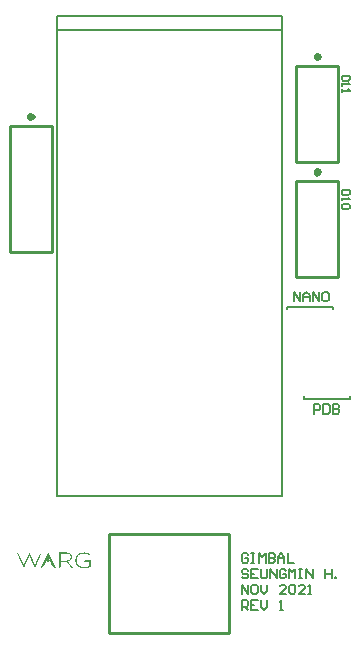
<source format=gto>
G04*
G04 #@! TF.GenerationSoftware,Altium Limited,Altium Designer,21.6.4 (81)*
G04*
G04 Layer_Color=65535*
%FSLAX25Y25*%
%MOIN*%
G70*
G04*
G04 #@! TF.SameCoordinates,4A2346EC-D30A-4EC8-B750-871CECD4BB15*
G04*
G04*
G04 #@! TF.FilePolarity,Positive*
G04*
G01*
G75*
%ADD10C,0.02000*%
%ADD11C,0.00787*%
%ADD12C,0.01000*%
%ADD13C,0.00591*%
%ADD14C,0.00500*%
G36*
X13410Y31025D02*
X13400D01*
Y31036D01*
X13410D01*
Y31025D01*
D02*
G37*
G36*
X27762Y31057D02*
X27940D01*
Y31047D01*
X28044D01*
Y31036D01*
X28128D01*
Y31025D01*
X28201D01*
Y31015D01*
X28275D01*
Y31005D01*
X28327D01*
Y30994D01*
X28379D01*
Y30984D01*
X28432D01*
Y30973D01*
X28484D01*
Y30963D01*
X28526D01*
Y30952D01*
X28579D01*
Y30942D01*
X28620D01*
Y30931D01*
X28652D01*
Y30921D01*
X28694D01*
Y30910D01*
X28725D01*
Y30900D01*
X28757D01*
Y30889D01*
X28798D01*
Y30879D01*
X28830D01*
Y30868D01*
X28861D01*
Y30858D01*
X28893D01*
Y30847D01*
X28924D01*
Y30837D01*
X28956D01*
Y30827D01*
X28987D01*
Y30816D01*
X29008D01*
Y30806D01*
X29039D01*
Y30795D01*
X29071D01*
Y30785D01*
X29092D01*
Y30774D01*
X29113D01*
Y30764D01*
X29134D01*
Y30753D01*
X29155D01*
Y30743D01*
X29176D01*
Y30732D01*
X29197D01*
Y30722D01*
X29217D01*
Y30711D01*
X29239D01*
Y30701D01*
X29259D01*
Y30690D01*
X29280D01*
Y30680D01*
X29301D01*
Y30669D01*
X29312D01*
Y30659D01*
X29333D01*
Y30648D01*
X29354D01*
Y30638D01*
X29375D01*
Y30628D01*
X29385D01*
Y30617D01*
X29406D01*
Y30606D01*
X29427D01*
Y30596D01*
X29448D01*
Y30586D01*
X29458D01*
Y30575D01*
X29479D01*
Y30565D01*
X29500D01*
Y30554D01*
X29511D01*
Y30544D01*
X29532D01*
Y30533D01*
X29553D01*
Y30512D01*
X29563D01*
Y30470D01*
X29574D01*
Y30439D01*
X29584D01*
Y30386D01*
X29595D01*
Y30345D01*
X29605D01*
Y30282D01*
X29616D01*
Y30219D01*
X29626D01*
Y30125D01*
X29636D01*
Y29989D01*
X29647D01*
Y29821D01*
X29636D01*
Y29831D01*
X29626D01*
Y29852D01*
X29616D01*
Y29873D01*
X29605D01*
Y29884D01*
X29595D01*
Y29905D01*
X29584D01*
Y29915D01*
X29574D01*
Y29936D01*
X29563D01*
Y29947D01*
X29553D01*
Y29967D01*
X29542D01*
Y29978D01*
X29532D01*
Y29999D01*
X29521D01*
Y30009D01*
X29511D01*
Y30030D01*
X29500D01*
Y30041D01*
X29490D01*
Y30051D01*
X29479D01*
Y30062D01*
X29469D01*
Y30083D01*
X29458D01*
Y30093D01*
X29448D01*
Y30104D01*
X29427D01*
Y30114D01*
X29417D01*
Y30125D01*
X29406D01*
Y30135D01*
X29385D01*
Y30146D01*
X29375D01*
Y30156D01*
X29354D01*
Y30167D01*
X29333D01*
Y30177D01*
X29322D01*
Y30187D01*
X29301D01*
Y30198D01*
X29291D01*
Y30209D01*
X29270D01*
Y30219D01*
X29249D01*
Y30229D01*
X29228D01*
Y30240D01*
X29217D01*
Y30250D01*
X29197D01*
Y30261D01*
X29176D01*
Y30271D01*
X29165D01*
Y30282D01*
X29144D01*
Y30292D01*
X29123D01*
Y30303D01*
X29102D01*
Y30313D01*
X29081D01*
Y30324D01*
X29060D01*
Y30334D01*
X29039D01*
Y30345D01*
X29019D01*
Y30355D01*
X28998D01*
Y30366D01*
X28977D01*
Y30376D01*
X28956D01*
Y30386D01*
X28935D01*
Y30397D01*
X28903D01*
Y30408D01*
X28882D01*
Y30418D01*
X28861D01*
Y30428D01*
X28830D01*
Y30439D01*
X28809D01*
Y30449D01*
X28778D01*
Y30460D01*
X28746D01*
Y30470D01*
X28725D01*
Y30481D01*
X28694D01*
Y30491D01*
X28662D01*
Y30502D01*
X28631D01*
Y30512D01*
X28600D01*
Y30523D01*
X28568D01*
Y30533D01*
X28537D01*
Y30544D01*
X28495D01*
Y30554D01*
X28453D01*
Y30565D01*
X28421D01*
Y30575D01*
X28369D01*
Y30586D01*
X28327D01*
Y30596D01*
X28285D01*
Y30606D01*
X28233D01*
Y30617D01*
X28181D01*
Y30628D01*
X28118D01*
Y30638D01*
X28055D01*
Y30648D01*
X27950D01*
Y30659D01*
X27824D01*
Y30669D01*
X27332D01*
Y30659D01*
X27175D01*
Y30648D01*
X27070D01*
Y30638D01*
X26997D01*
Y30628D01*
X26923D01*
Y30617D01*
X26861D01*
Y30606D01*
X26798D01*
Y30596D01*
X26745D01*
Y30586D01*
X26693D01*
Y30575D01*
X26651D01*
Y30565D01*
X26609D01*
Y30554D01*
X26567D01*
Y30544D01*
X26536D01*
Y30533D01*
X26504D01*
Y30523D01*
X26473D01*
Y30512D01*
X26442D01*
Y30502D01*
X26410D01*
Y30491D01*
X26379D01*
Y30481D01*
X26347D01*
Y30470D01*
X26316D01*
Y30460D01*
X26295D01*
Y30449D01*
X26263D01*
Y30439D01*
X26243D01*
Y30428D01*
X26211D01*
Y30418D01*
X26190D01*
Y30408D01*
X26169D01*
Y30397D01*
X26148D01*
Y30386D01*
X26127D01*
Y30376D01*
X26106D01*
Y30366D01*
X26085D01*
Y30355D01*
X26065D01*
Y30345D01*
X26043D01*
Y30334D01*
X26023D01*
Y30324D01*
X26002D01*
Y30313D01*
X25991D01*
Y30303D01*
X25970D01*
Y30292D01*
X25949D01*
Y30282D01*
X25928D01*
Y30271D01*
X25918D01*
Y30261D01*
X25897D01*
Y30250D01*
X25886D01*
Y30240D01*
X25865D01*
Y30229D01*
X25855D01*
Y30219D01*
X25834D01*
Y30209D01*
X25824D01*
Y30198D01*
X25813D01*
Y30187D01*
X25792D01*
Y30177D01*
X25782D01*
Y30167D01*
X25761D01*
Y30156D01*
X25750D01*
Y30146D01*
X25740D01*
Y30135D01*
X25729D01*
Y30125D01*
X25708D01*
Y30114D01*
X25698D01*
Y30104D01*
X25687D01*
Y30093D01*
X25677D01*
Y30083D01*
X25666D01*
Y30072D01*
X25656D01*
Y30062D01*
X25646D01*
Y30051D01*
X25635D01*
Y30041D01*
X25614D01*
Y30030D01*
X25604D01*
Y30020D01*
X25593D01*
Y30009D01*
X25583D01*
Y29999D01*
X25572D01*
Y29989D01*
X25562D01*
Y29978D01*
X25551D01*
Y29957D01*
X25541D01*
Y29947D01*
X25530D01*
Y29936D01*
X25520D01*
Y29926D01*
X25509D01*
Y29915D01*
X25499D01*
Y29905D01*
X25488D01*
Y29894D01*
X25478D01*
Y29884D01*
X25467D01*
Y29863D01*
X25457D01*
Y29852D01*
X25446D01*
Y29842D01*
X25436D01*
Y29821D01*
X25425D01*
Y29810D01*
X25415D01*
Y29800D01*
X25405D01*
Y29779D01*
X25394D01*
Y29768D01*
X25384D01*
Y29758D01*
X25373D01*
Y29737D01*
X25363D01*
Y29716D01*
X25352D01*
Y29706D01*
X25342D01*
Y29685D01*
X25331D01*
Y29674D01*
X25321D01*
Y29653D01*
X25310D01*
Y29632D01*
X25300D01*
Y29622D01*
X25289D01*
Y29601D01*
X25279D01*
Y29580D01*
X25268D01*
Y29559D01*
X25258D01*
Y29538D01*
X25247D01*
Y29517D01*
X25237D01*
Y29496D01*
X25227D01*
Y29475D01*
X25216D01*
Y29444D01*
X25205D01*
Y29423D01*
X25195D01*
Y29402D01*
X25185D01*
Y29370D01*
X25174D01*
Y29339D01*
X25164D01*
Y29318D01*
X25153D01*
Y29287D01*
X25143D01*
Y29255D01*
X25132D01*
Y29213D01*
X25122D01*
Y29182D01*
X25111D01*
Y29140D01*
X25101D01*
Y29098D01*
X25090D01*
Y29056D01*
X25080D01*
Y29004D01*
X25069D01*
Y28951D01*
X25059D01*
Y28878D01*
X25048D01*
Y28794D01*
X25038D01*
Y28679D01*
X25027D01*
Y28271D01*
X25038D01*
Y28166D01*
X25048D01*
Y28082D01*
X25059D01*
Y28009D01*
X25069D01*
Y27956D01*
X25080D01*
Y27914D01*
X25090D01*
Y27862D01*
X25101D01*
Y27820D01*
X25111D01*
Y27789D01*
X25122D01*
Y27747D01*
X25132D01*
Y27715D01*
X25143D01*
Y27684D01*
X25153D01*
Y27652D01*
X25164D01*
Y27632D01*
X25174D01*
Y27600D01*
X25185D01*
Y27569D01*
X25195D01*
Y27548D01*
X25205D01*
Y27527D01*
X25216D01*
Y27495D01*
X25227D01*
Y27474D01*
X25237D01*
Y27454D01*
X25247D01*
Y27433D01*
X25258D01*
Y27412D01*
X25268D01*
Y27391D01*
X25279D01*
Y27370D01*
X25289D01*
Y27349D01*
X25300D01*
Y27338D01*
X25310D01*
Y27317D01*
X25321D01*
Y27296D01*
X25331D01*
Y27286D01*
X25342D01*
Y27265D01*
X25352D01*
Y27254D01*
X25363D01*
Y27233D01*
X25373D01*
Y27213D01*
X25384D01*
Y27202D01*
X25394D01*
Y27192D01*
X25405D01*
Y27171D01*
X25415D01*
Y27160D01*
X25425D01*
Y27150D01*
X25436D01*
Y27129D01*
X25446D01*
Y27118D01*
X25457D01*
Y27108D01*
X25467D01*
Y27087D01*
X25478D01*
Y27076D01*
X25488D01*
Y27066D01*
X25499D01*
Y27055D01*
X25509D01*
Y27045D01*
X25520D01*
Y27034D01*
X25530D01*
Y27024D01*
X25541D01*
Y27003D01*
X25551D01*
Y26992D01*
X25562D01*
Y26982D01*
X25572D01*
Y26972D01*
X25583D01*
Y26961D01*
X25593D01*
Y26951D01*
X25604D01*
Y26940D01*
X25614D01*
Y26930D01*
X25624D01*
Y26919D01*
X25635D01*
Y26909D01*
X25646D01*
Y26898D01*
X25656D01*
Y26888D01*
X25677D01*
Y26877D01*
X25687D01*
Y26867D01*
X25698D01*
Y26856D01*
X25708D01*
Y26846D01*
X25719D01*
Y26835D01*
X25729D01*
Y26825D01*
X25750D01*
Y26814D01*
X25761D01*
Y26804D01*
X25771D01*
Y26794D01*
X25792D01*
Y26783D01*
X25803D01*
Y26773D01*
X25813D01*
Y26762D01*
X25834D01*
Y26752D01*
X25844D01*
Y26741D01*
X25855D01*
Y26731D01*
X25876D01*
Y26720D01*
X25886D01*
Y26710D01*
X25907D01*
Y26699D01*
X25918D01*
Y26689D01*
X25939D01*
Y26678D01*
X25960D01*
Y26668D01*
X25970D01*
Y26657D01*
X25991D01*
Y26647D01*
X26012D01*
Y26636D01*
X26023D01*
Y26626D01*
X26043D01*
Y26615D01*
X26065D01*
Y26605D01*
X26085D01*
Y26594D01*
X26106D01*
Y26584D01*
X26127D01*
Y26574D01*
X26148D01*
Y26563D01*
X26169D01*
Y26553D01*
X26190D01*
Y26542D01*
X26211D01*
Y26532D01*
X26243D01*
Y26521D01*
X26263D01*
Y26511D01*
X26285D01*
Y26500D01*
X26316D01*
Y26490D01*
X26337D01*
Y26479D01*
X26368D01*
Y26469D01*
X26389D01*
Y26458D01*
X26421D01*
Y26448D01*
X26452D01*
Y26437D01*
X26484D01*
Y26427D01*
X26515D01*
Y26416D01*
X26546D01*
Y26406D01*
X26588D01*
Y26395D01*
X26620D01*
Y26385D01*
X26662D01*
Y26375D01*
X26704D01*
Y26364D01*
X26745D01*
Y26354D01*
X26798D01*
Y26343D01*
X26850D01*
Y26333D01*
X26913D01*
Y26322D01*
X26986D01*
Y26312D01*
X27060D01*
Y26301D01*
X27154D01*
Y26291D01*
X27269D01*
Y26280D01*
X27877D01*
Y26291D01*
X28034D01*
Y26301D01*
X28159D01*
Y26312D01*
X28264D01*
Y26322D01*
X28359D01*
Y26333D01*
X28432D01*
Y26343D01*
X28505D01*
Y26354D01*
X28579D01*
Y26364D01*
X28631D01*
Y26375D01*
X28683D01*
Y26385D01*
X28746D01*
Y26395D01*
X28798D01*
Y26406D01*
X28851D01*
Y26416D01*
X28903D01*
Y26427D01*
X28945D01*
Y26437D01*
X28998D01*
Y26448D01*
X29039D01*
Y26458D01*
X29081D01*
Y26469D01*
X29123D01*
Y26479D01*
X29155D01*
Y26490D01*
X29186D01*
Y26500D01*
X29228D01*
Y26511D01*
X29249D01*
Y26521D01*
X29259D01*
Y27045D01*
Y27055D01*
Y28030D01*
X29249D01*
Y28040D01*
X27489D01*
Y28051D01*
X27520D01*
Y28061D01*
X27552D01*
Y28071D01*
X27583D01*
Y28082D01*
X27615D01*
Y28093D01*
X27636D01*
Y28103D01*
X27657D01*
Y28113D01*
X27667D01*
Y28124D01*
X27688D01*
Y28134D01*
X27699D01*
Y28145D01*
X27709D01*
Y28155D01*
X27730D01*
Y28166D01*
X27740D01*
Y28176D01*
X27751D01*
Y28187D01*
X27762D01*
Y28197D01*
X27772D01*
Y28208D01*
X27782D01*
Y28218D01*
X27793D01*
Y28239D01*
X27803D01*
Y28250D01*
X27814D01*
Y28260D01*
X27824D01*
Y28281D01*
X27835D01*
Y28291D01*
X27845D01*
Y28312D01*
X27856D01*
Y28333D01*
X27866D01*
Y28354D01*
X27877D01*
Y28386D01*
X27887D01*
Y28407D01*
X27898D01*
Y28438D01*
X27908D01*
Y28449D01*
X28338D01*
Y28459D01*
X29658D01*
Y26259D01*
X29636D01*
Y26249D01*
X29616D01*
Y26238D01*
X29584D01*
Y26228D01*
X29553D01*
Y26217D01*
X29521D01*
Y26207D01*
X29500D01*
Y26196D01*
X29469D01*
Y26186D01*
X29438D01*
Y26175D01*
X29406D01*
Y26165D01*
X29375D01*
Y26155D01*
X29343D01*
Y26144D01*
X29312D01*
Y26134D01*
X29280D01*
Y26123D01*
X29249D01*
Y26113D01*
X29217D01*
Y26102D01*
X29186D01*
Y26092D01*
X29144D01*
Y26081D01*
X29113D01*
Y26071D01*
X29071D01*
Y26060D01*
X29029D01*
Y26050D01*
X28987D01*
Y26039D01*
X28956D01*
Y26029D01*
X28914D01*
Y26018D01*
X28861D01*
Y26008D01*
X28820D01*
Y25997D01*
X28767D01*
Y25987D01*
X28715D01*
Y25976D01*
X28673D01*
Y25966D01*
X28610D01*
Y25956D01*
X28547D01*
Y25945D01*
X28484D01*
Y25935D01*
X28411D01*
Y25924D01*
X28338D01*
Y25914D01*
X28233D01*
Y25903D01*
X28128D01*
Y25893D01*
X27992D01*
Y25882D01*
X27772D01*
Y25872D01*
X27343D01*
Y25882D01*
X27175D01*
Y25893D01*
X27070D01*
Y25903D01*
X26976D01*
Y25914D01*
X26902D01*
Y25924D01*
X26829D01*
Y25935D01*
X26766D01*
Y25945D01*
X26714D01*
Y25956D01*
X26662D01*
Y25966D01*
X26620D01*
Y25976D01*
X26567D01*
Y25987D01*
X26525D01*
Y25997D01*
X26484D01*
Y26008D01*
X26452D01*
Y26018D01*
X26410D01*
Y26029D01*
X26368D01*
Y26039D01*
X26337D01*
Y26050D01*
X26305D01*
Y26060D01*
X26263D01*
Y26071D01*
X26243D01*
Y26081D01*
X26211D01*
Y26092D01*
X26180D01*
Y26102D01*
X26159D01*
Y26113D01*
X26127D01*
Y26123D01*
X26096D01*
Y26134D01*
X26075D01*
Y26144D01*
X26054D01*
Y26155D01*
X26023D01*
Y26165D01*
X26002D01*
Y26175D01*
X25981D01*
Y26186D01*
X25960D01*
Y26196D01*
X25939D01*
Y26207D01*
X25918D01*
Y26217D01*
X25897D01*
Y26228D01*
X25876D01*
Y26238D01*
X25855D01*
Y26249D01*
X25834D01*
Y26259D01*
X25813D01*
Y26270D01*
X25792D01*
Y26280D01*
X25782D01*
Y26291D01*
X25761D01*
Y26301D01*
X25740D01*
Y26312D01*
X25729D01*
Y26322D01*
X25708D01*
Y26333D01*
X25687D01*
Y26343D01*
X25677D01*
Y26354D01*
X25656D01*
Y26364D01*
X25646D01*
Y26375D01*
X25624D01*
Y26385D01*
X25614D01*
Y26395D01*
X25593D01*
Y26406D01*
X25583D01*
Y26416D01*
X25572D01*
Y26427D01*
X25551D01*
Y26437D01*
X25541D01*
Y26448D01*
X25520D01*
Y26458D01*
X25509D01*
Y26469D01*
X25499D01*
Y26479D01*
X25488D01*
Y26490D01*
X25467D01*
Y26500D01*
X25457D01*
Y26511D01*
X25446D01*
Y26521D01*
X25436D01*
Y26532D01*
X25425D01*
Y26542D01*
X25405D01*
Y26553D01*
X25394D01*
Y26563D01*
X25384D01*
Y26574D01*
X25373D01*
Y26584D01*
X25363D01*
Y26594D01*
X25352D01*
Y26605D01*
X25342D01*
Y26615D01*
X25331D01*
Y26626D01*
X25321D01*
Y26636D01*
X25310D01*
Y26647D01*
X25300D01*
Y26657D01*
X25289D01*
Y26668D01*
X25279D01*
Y26678D01*
X25268D01*
Y26689D01*
X25258D01*
Y26699D01*
X25247D01*
Y26710D01*
X25237D01*
Y26720D01*
X25227D01*
Y26731D01*
X25216D01*
Y26741D01*
X25205D01*
Y26752D01*
X25195D01*
Y26762D01*
X25185D01*
Y26773D01*
X25174D01*
Y26794D01*
X25164D01*
Y26804D01*
X25153D01*
Y26814D01*
X25143D01*
Y26825D01*
X25132D01*
Y26846D01*
X25122D01*
Y26856D01*
X25111D01*
Y26867D01*
X25101D01*
Y26877D01*
X25090D01*
Y26898D01*
X25080D01*
Y26909D01*
X25069D01*
Y26930D01*
X25059D01*
Y26940D01*
X25048D01*
Y26951D01*
X25038D01*
Y26972D01*
X25027D01*
Y26982D01*
X25017D01*
Y27003D01*
X25006D01*
Y27013D01*
X24996D01*
Y27034D01*
X24985D01*
Y27055D01*
X24975D01*
Y27066D01*
X24965D01*
Y27087D01*
X24954D01*
Y27097D01*
X24944D01*
Y27118D01*
X24933D01*
Y27139D01*
X24923D01*
Y27160D01*
X24912D01*
Y27181D01*
X24902D01*
Y27192D01*
X24891D01*
Y27213D01*
X24881D01*
Y27233D01*
X24870D01*
Y27265D01*
X24860D01*
Y27286D01*
X24849D01*
Y27307D01*
X24839D01*
Y27328D01*
X24828D01*
Y27349D01*
X24818D01*
Y27370D01*
X24807D01*
Y27401D01*
X24797D01*
Y27422D01*
X24787D01*
Y27454D01*
X24776D01*
Y27474D01*
X24766D01*
Y27506D01*
X24755D01*
Y27537D01*
X24745D01*
Y27569D01*
X24734D01*
Y27600D01*
X24724D01*
Y27642D01*
X24713D01*
Y27684D01*
X24703D01*
Y27715D01*
X24692D01*
Y27768D01*
X24682D01*
Y27810D01*
X24671D01*
Y27862D01*
X24661D01*
Y27925D01*
X24650D01*
Y27988D01*
X24640D01*
Y28071D01*
X24629D01*
Y28166D01*
X24619D01*
Y28354D01*
X24608D01*
Y28553D01*
X24619D01*
Y28752D01*
X24629D01*
Y28868D01*
X24640D01*
Y28941D01*
X24650D01*
Y29004D01*
X24661D01*
Y29067D01*
X24671D01*
Y29119D01*
X24682D01*
Y29161D01*
X24692D01*
Y29203D01*
X24703D01*
Y29245D01*
X24713D01*
Y29287D01*
X24724D01*
Y29318D01*
X24734D01*
Y29349D01*
X24745D01*
Y29381D01*
X24755D01*
Y29412D01*
X24766D01*
Y29444D01*
X24776D01*
Y29475D01*
X24787D01*
Y29496D01*
X24797D01*
Y29528D01*
X24807D01*
Y29548D01*
X24818D01*
Y29580D01*
X24828D01*
Y29601D01*
X24839D01*
Y29622D01*
X24849D01*
Y29643D01*
X24860D01*
Y29674D01*
X24870D01*
Y29695D01*
X24881D01*
Y29716D01*
X24891D01*
Y29737D01*
X24902D01*
Y29758D01*
X24912D01*
Y29779D01*
X24923D01*
Y29789D01*
X24933D01*
Y29810D01*
X24944D01*
Y29831D01*
X24954D01*
Y29842D01*
X24965D01*
Y29863D01*
X24975D01*
Y29884D01*
X24985D01*
Y29894D01*
X24996D01*
Y29915D01*
X25006D01*
Y29936D01*
X25017D01*
Y29947D01*
X25027D01*
Y29957D01*
X25038D01*
Y29978D01*
X25048D01*
Y29989D01*
X25059D01*
Y30009D01*
X25069D01*
Y30020D01*
X25080D01*
Y30041D01*
X25090D01*
Y30051D01*
X25101D01*
Y30062D01*
X25111D01*
Y30083D01*
X25122D01*
Y30093D01*
X25132D01*
Y30104D01*
X25143D01*
Y30114D01*
X25153D01*
Y30125D01*
X25164D01*
Y30146D01*
X25174D01*
Y30156D01*
X25185D01*
Y30167D01*
X25195D01*
Y30177D01*
X25205D01*
Y30187D01*
X25216D01*
Y30198D01*
X25227D01*
Y30209D01*
X25237D01*
Y30219D01*
X25247D01*
Y30240D01*
X25258D01*
Y30250D01*
X25268D01*
Y30261D01*
X25279D01*
Y30271D01*
X25289D01*
Y30282D01*
X25300D01*
Y30292D01*
X25310D01*
Y30303D01*
X25321D01*
Y30313D01*
X25331D01*
Y30324D01*
X25342D01*
Y30334D01*
X25363D01*
Y30345D01*
X25373D01*
Y30355D01*
X25384D01*
Y30366D01*
X25394D01*
Y30376D01*
X25405D01*
Y30386D01*
X25415D01*
Y30397D01*
X25425D01*
Y30408D01*
X25446D01*
Y30418D01*
X25457D01*
Y30428D01*
X25467D01*
Y30439D01*
X25478D01*
Y30449D01*
X25499D01*
Y30460D01*
X25509D01*
Y30470D01*
X25520D01*
Y30481D01*
X25541D01*
Y30491D01*
X25551D01*
Y30502D01*
X25562D01*
Y30512D01*
X25572D01*
Y30523D01*
X25593D01*
Y30533D01*
X25604D01*
Y30544D01*
X25624D01*
Y30554D01*
X25635D01*
Y30565D01*
X25656D01*
Y30575D01*
X25666D01*
Y30586D01*
X25687D01*
Y30596D01*
X25698D01*
Y30606D01*
X25719D01*
Y30617D01*
X25740D01*
Y30628D01*
X25750D01*
Y30638D01*
X25771D01*
Y30648D01*
X25792D01*
Y30659D01*
X25813D01*
Y30669D01*
X25824D01*
Y30680D01*
X25844D01*
Y30690D01*
X25865D01*
Y30701D01*
X25886D01*
Y30711D01*
X25907D01*
Y30722D01*
X25928D01*
Y30732D01*
X25949D01*
Y30743D01*
X25970D01*
Y30753D01*
X25991D01*
Y30764D01*
X26012D01*
Y30774D01*
X26043D01*
Y30785D01*
X26065D01*
Y30795D01*
X26085D01*
Y30806D01*
X26117D01*
Y30816D01*
X26138D01*
Y30827D01*
X26169D01*
Y30837D01*
X26201D01*
Y30847D01*
X26222D01*
Y30858D01*
X26253D01*
Y30868D01*
X26285D01*
Y30879D01*
X26316D01*
Y30889D01*
X26347D01*
Y30900D01*
X26389D01*
Y30910D01*
X26421D01*
Y30921D01*
X26452D01*
Y30931D01*
X26494D01*
Y30942D01*
X26525D01*
Y30952D01*
X26578D01*
Y30963D01*
X26620D01*
Y30973D01*
X26672D01*
Y30984D01*
X26724D01*
Y30994D01*
X26766D01*
Y31005D01*
X26829D01*
Y31015D01*
X26892D01*
Y31025D01*
X26976D01*
Y31036D01*
X27070D01*
Y31047D01*
X27175D01*
Y31057D01*
X27343D01*
Y31067D01*
X27762D01*
Y31057D01*
D02*
G37*
G36*
X15066Y27768D02*
X15055D01*
Y27778D01*
X15066D01*
Y27768D01*
D02*
G37*
G36*
X15055Y27757D02*
X15044D01*
Y27768D01*
X15055D01*
Y27757D01*
D02*
G37*
G36*
X9294Y31047D02*
X9304D01*
Y31025D01*
X9314D01*
Y31005D01*
X9325D01*
Y30984D01*
X9336D01*
Y30952D01*
X9346D01*
Y30931D01*
X9356D01*
Y30910D01*
X9367D01*
Y30889D01*
X9377D01*
Y30868D01*
X9388D01*
Y30837D01*
X9398D01*
Y30816D01*
X9409D01*
Y30795D01*
X9419D01*
Y30774D01*
X9430D01*
Y30753D01*
X9440D01*
Y30722D01*
X9451D01*
Y30701D01*
X9461D01*
Y30680D01*
X9472D01*
Y30659D01*
X9482D01*
Y30628D01*
X9493D01*
Y30606D01*
X9503D01*
Y30586D01*
X9514D01*
Y30565D01*
X9524D01*
Y30544D01*
X9534D01*
Y30512D01*
X9545D01*
Y30491D01*
X9556D01*
Y30470D01*
X9566D01*
Y30449D01*
X9576D01*
Y30428D01*
X9587D01*
Y30397D01*
X9597D01*
Y30376D01*
X9608D01*
Y30355D01*
X9618D01*
Y30334D01*
X9629D01*
Y30303D01*
X9639D01*
Y30282D01*
X9650D01*
Y30261D01*
X9660D01*
Y30240D01*
X9671D01*
Y30219D01*
X9681D01*
Y30187D01*
X9692D01*
Y30167D01*
X9702D01*
Y30146D01*
X9713D01*
Y30125D01*
X9723D01*
Y30093D01*
X9734D01*
Y30072D01*
X9744D01*
Y30051D01*
X9754D01*
Y30030D01*
X9765D01*
Y30009D01*
X9775D01*
Y29978D01*
X9786D01*
Y29957D01*
X9796D01*
Y29936D01*
X9807D01*
Y29915D01*
X9817D01*
Y29894D01*
X9828D01*
Y29863D01*
X9838D01*
Y29842D01*
X9849D01*
Y29821D01*
X9859D01*
Y29800D01*
X9870D01*
Y29768D01*
X9880D01*
Y29748D01*
X9891D01*
Y29727D01*
X9901D01*
Y29706D01*
X9912D01*
Y29685D01*
X9922D01*
Y29653D01*
X9933D01*
Y29632D01*
X9943D01*
Y29611D01*
X9954D01*
Y29590D01*
X9964D01*
Y29570D01*
X9974D01*
Y29538D01*
X9985D01*
Y29517D01*
X9995D01*
Y29496D01*
X10006D01*
Y29475D01*
X10016D01*
Y29444D01*
X10027D01*
Y29423D01*
X10037D01*
Y29402D01*
X10048D01*
Y29381D01*
X10058D01*
Y29360D01*
X10069D01*
Y29329D01*
X10079D01*
Y29308D01*
X10090D01*
Y29287D01*
X10100D01*
Y29266D01*
X10111D01*
Y29234D01*
X10121D01*
Y29213D01*
X10132D01*
Y29192D01*
X10142D01*
Y29171D01*
X10153D01*
Y29151D01*
X10163D01*
Y29119D01*
X10174D01*
Y29098D01*
X10184D01*
Y29077D01*
X10194D01*
Y29056D01*
X10205D01*
Y29035D01*
X10215D01*
Y29004D01*
X10226D01*
Y28983D01*
X10236D01*
Y28962D01*
X10247D01*
Y28941D01*
X10257D01*
Y28910D01*
X10268D01*
Y28889D01*
X10278D01*
Y28868D01*
X10289D01*
Y28847D01*
X10299D01*
Y28826D01*
X10310D01*
Y28794D01*
X10320D01*
Y28773D01*
X10331D01*
Y28752D01*
X10341D01*
Y28731D01*
X10352D01*
Y28710D01*
X10362D01*
Y28679D01*
X10373D01*
Y28658D01*
X10383D01*
Y28637D01*
X10394D01*
Y28616D01*
X10404D01*
Y28585D01*
X10414D01*
Y28564D01*
X10425D01*
Y28543D01*
X10435D01*
Y28522D01*
X10446D01*
Y28501D01*
X10456D01*
Y28470D01*
X10467D01*
Y28449D01*
X10477D01*
Y28428D01*
X10488D01*
Y28407D01*
X10498D01*
Y28375D01*
X10509D01*
Y28354D01*
X10519D01*
Y28333D01*
X10530D01*
Y28312D01*
X10540D01*
Y28291D01*
X10551D01*
Y28260D01*
X10561D01*
Y28239D01*
X10572D01*
Y28218D01*
X10582D01*
Y28197D01*
X10593D01*
Y28176D01*
X10603D01*
Y28145D01*
X10614D01*
Y28124D01*
X10624D01*
Y28103D01*
X10634D01*
Y28082D01*
X10645D01*
Y28051D01*
X10655D01*
Y28030D01*
X10666D01*
Y28009D01*
X10676D01*
Y27988D01*
X10687D01*
Y27967D01*
X10697D01*
Y27935D01*
X10708D01*
Y27914D01*
X10718D01*
Y27893D01*
X10729D01*
Y27872D01*
X10739D01*
Y27852D01*
X10750D01*
Y27820D01*
X10760D01*
Y27799D01*
X10771D01*
Y27778D01*
X10781D01*
Y27757D01*
X10791D01*
Y27726D01*
X10802D01*
Y27705D01*
X10813D01*
Y27684D01*
X10823D01*
Y27663D01*
X10833D01*
Y27642D01*
X10844D01*
Y27611D01*
X10854D01*
Y27590D01*
X10865D01*
Y27569D01*
X10875D01*
Y27548D01*
X10886D01*
Y27516D01*
X10896D01*
Y27495D01*
X10907D01*
Y27474D01*
X10917D01*
Y27454D01*
X10928D01*
Y27433D01*
X10938D01*
Y27401D01*
X10949D01*
Y27380D01*
X10959D01*
Y27359D01*
X10970D01*
Y27338D01*
X10980D01*
Y27317D01*
X10991D01*
Y27286D01*
X11001D01*
Y27265D01*
X11011D01*
Y27244D01*
X11022D01*
Y27223D01*
X11033D01*
Y27192D01*
X11043D01*
Y27171D01*
X11053D01*
Y27150D01*
X11064D01*
Y27129D01*
X11074D01*
Y27108D01*
X11085D01*
Y27076D01*
X11095D01*
Y27055D01*
X11106D01*
Y27034D01*
X11116D01*
Y27013D01*
X11127D01*
Y26992D01*
X11137D01*
Y26961D01*
X11148D01*
Y26972D01*
X11158D01*
Y27003D01*
X11169D01*
Y27024D01*
X11179D01*
Y27045D01*
X11190D01*
Y27066D01*
X11200D01*
Y27097D01*
X11210D01*
Y27118D01*
X11221D01*
Y27139D01*
X11231D01*
Y27160D01*
X11242D01*
Y27181D01*
X11253D01*
Y27213D01*
X11263D01*
Y27233D01*
X11273D01*
Y27254D01*
X11284D01*
Y27275D01*
X11294D01*
Y27296D01*
X11305D01*
Y27328D01*
X11315D01*
Y27349D01*
X11326D01*
Y27370D01*
X11336D01*
Y27391D01*
X11347D01*
Y27422D01*
X11357D01*
Y27443D01*
X11368D01*
Y27464D01*
X11378D01*
Y27485D01*
X11389D01*
Y27506D01*
X11399D01*
Y27537D01*
X11410D01*
Y27558D01*
X11420D01*
Y27579D01*
X11430D01*
Y27600D01*
X11441D01*
Y27632D01*
X11451D01*
Y27652D01*
X11462D01*
Y27673D01*
X11472D01*
Y27694D01*
X11483D01*
Y27715D01*
X11493D01*
Y27747D01*
X11504D01*
Y27768D01*
X11514D01*
Y27789D01*
X11525D01*
Y27810D01*
X11535D01*
Y27831D01*
X11546D01*
Y27862D01*
X11556D01*
Y27883D01*
X11567D01*
Y27904D01*
X11577D01*
Y27925D01*
X11588D01*
Y27956D01*
X11598D01*
Y27977D01*
X11609D01*
Y27998D01*
X11619D01*
Y28019D01*
X11630D01*
Y28040D01*
X11640D01*
Y28071D01*
X11650D01*
Y28093D01*
X11661D01*
Y28113D01*
X11671D01*
Y28134D01*
X11682D01*
Y28166D01*
X11692D01*
Y28187D01*
X11703D01*
Y28208D01*
X11713D01*
Y28229D01*
X11724D01*
Y28250D01*
X11734D01*
Y28281D01*
X11745D01*
Y28302D01*
X11755D01*
Y28323D01*
X11766D01*
Y28344D01*
X11776D01*
Y28365D01*
X11787D01*
Y28396D01*
X11797D01*
Y28417D01*
X11808D01*
Y28438D01*
X11818D01*
Y28459D01*
X11829D01*
Y28490D01*
X11839D01*
Y28512D01*
X11850D01*
Y28532D01*
X11860D01*
Y28553D01*
X11870D01*
Y28574D01*
X11881D01*
Y28606D01*
X11891D01*
Y28627D01*
X11902D01*
Y28648D01*
X11912D01*
Y28669D01*
X11923D01*
Y28700D01*
X11933D01*
Y28721D01*
X11944D01*
Y28742D01*
X11954D01*
Y28763D01*
X11965D01*
Y28784D01*
X11975D01*
Y28815D01*
X11986D01*
Y28836D01*
X11996D01*
Y28857D01*
X12007D01*
Y28878D01*
X12017D01*
Y28899D01*
X12028D01*
Y28931D01*
X12038D01*
Y28951D01*
X12049D01*
Y28972D01*
X12059D01*
Y28993D01*
X12070D01*
Y29025D01*
X12080D01*
Y29046D01*
X12090D01*
Y29067D01*
X12101D01*
Y29088D01*
X12111D01*
Y29109D01*
X12122D01*
Y29140D01*
X12132D01*
Y29161D01*
X12143D01*
Y29182D01*
X12153D01*
Y29203D01*
X12164D01*
Y29224D01*
X12174D01*
Y29255D01*
X12185D01*
Y29276D01*
X12195D01*
Y29297D01*
X12206D01*
Y29318D01*
X12216D01*
Y29349D01*
X12227D01*
Y29370D01*
X12237D01*
Y29391D01*
X12248D01*
Y29412D01*
X12258D01*
Y29433D01*
X12269D01*
Y29465D01*
X12279D01*
Y29486D01*
X12290D01*
Y29507D01*
X12300D01*
Y29528D01*
X12310D01*
Y29559D01*
X12321D01*
Y29580D01*
X12331D01*
Y29601D01*
X12342D01*
Y29622D01*
X12352D01*
Y29643D01*
X12363D01*
Y29674D01*
X12373D01*
Y29695D01*
X12384D01*
Y29716D01*
X12394D01*
Y29737D01*
X12405D01*
Y29758D01*
X12415D01*
Y29789D01*
X12426D01*
Y29810D01*
X12436D01*
Y29831D01*
X12447D01*
Y29852D01*
X12457D01*
Y29884D01*
X12468D01*
Y29905D01*
X12478D01*
Y29926D01*
X12489D01*
Y29947D01*
X12499D01*
Y29967D01*
X12509D01*
Y29999D01*
X12520D01*
Y30020D01*
X12530D01*
Y30041D01*
X12541D01*
Y30062D01*
X12551D01*
Y30083D01*
X12562D01*
Y30114D01*
X12572D01*
Y30135D01*
X12583D01*
Y30156D01*
X12593D01*
Y30177D01*
X12604D01*
Y30209D01*
X12614D01*
Y30229D01*
X12625D01*
Y30250D01*
X12635D01*
Y30271D01*
X12646D01*
Y30292D01*
X12656D01*
Y30324D01*
X12667D01*
Y30345D01*
X12677D01*
Y30366D01*
X12688D01*
Y30386D01*
X12698D01*
Y30408D01*
X12709D01*
Y30439D01*
X12719D01*
Y30460D01*
X12730D01*
Y30481D01*
X12740D01*
Y30502D01*
X12750D01*
Y30533D01*
X12761D01*
Y30554D01*
X12771D01*
Y30575D01*
X12782D01*
Y30596D01*
X12834D01*
Y30586D01*
X12928D01*
Y30596D01*
X12970D01*
Y30606D01*
X12991D01*
Y30617D01*
X13012D01*
Y30628D01*
X13033D01*
Y30638D01*
X13044D01*
Y30648D01*
X13065D01*
Y30659D01*
X13075D01*
Y30669D01*
X13086D01*
Y30680D01*
X13107D01*
Y30690D01*
X13117D01*
Y30701D01*
X13127D01*
Y30711D01*
X13138D01*
Y30722D01*
X13149D01*
Y30732D01*
X13159D01*
Y30743D01*
X13169D01*
Y30753D01*
X13180D01*
Y30764D01*
X13190D01*
Y30774D01*
X13201D01*
Y30785D01*
X13211D01*
Y30795D01*
X13222D01*
Y30806D01*
X13232D01*
Y30816D01*
X13243D01*
Y30827D01*
X13253D01*
Y30837D01*
X13264D01*
Y30858D01*
X13274D01*
Y30868D01*
X13285D01*
Y30879D01*
X13295D01*
Y30889D01*
X13306D01*
Y30910D01*
X13316D01*
Y30921D01*
X13327D01*
Y30931D01*
X13337D01*
Y30952D01*
X13348D01*
Y30963D01*
X13358D01*
Y30984D01*
X13368D01*
Y30994D01*
X13379D01*
Y31015D01*
X13389D01*
Y31025D01*
X13400D01*
Y30994D01*
X13389D01*
Y30973D01*
X13379D01*
Y30952D01*
X13368D01*
Y30931D01*
X13358D01*
Y30900D01*
X13348D01*
Y30879D01*
X13337D01*
Y30858D01*
X13327D01*
Y30837D01*
X13316D01*
Y30806D01*
X13306D01*
Y30785D01*
X13295D01*
Y30764D01*
X13285D01*
Y30732D01*
X13274D01*
Y30711D01*
X13264D01*
Y30690D01*
X13253D01*
Y30669D01*
X13243D01*
Y30638D01*
X13232D01*
Y30617D01*
X13222D01*
Y30596D01*
X13211D01*
Y30565D01*
X13201D01*
Y30544D01*
X13190D01*
Y30523D01*
X13180D01*
Y30502D01*
X13169D01*
Y30470D01*
X13159D01*
Y30449D01*
X13149D01*
Y30428D01*
X13138D01*
Y30397D01*
X13127D01*
Y30376D01*
X13117D01*
Y30355D01*
X13107D01*
Y30334D01*
X13096D01*
Y30303D01*
X13086D01*
Y30282D01*
X13075D01*
Y30261D01*
X13065D01*
Y30240D01*
X13054D01*
Y30209D01*
X13044D01*
Y30187D01*
X13033D01*
Y30167D01*
X13023D01*
Y30135D01*
X13012D01*
Y30114D01*
X13002D01*
Y30093D01*
X12991D01*
Y30072D01*
X12981D01*
Y30041D01*
X12970D01*
Y30020D01*
X12960D01*
Y29999D01*
X12949D01*
Y29967D01*
X12939D01*
Y29947D01*
X12928D01*
Y29926D01*
X12918D01*
Y29905D01*
X12908D01*
Y29873D01*
X12897D01*
Y29852D01*
X12887D01*
Y29831D01*
X12876D01*
Y29810D01*
X12866D01*
Y29779D01*
X12855D01*
Y29758D01*
X12845D01*
Y29737D01*
X12834D01*
Y29706D01*
X12824D01*
Y29685D01*
X12813D01*
Y29664D01*
X12803D01*
Y29643D01*
X12792D01*
Y29611D01*
X12782D01*
Y29590D01*
X12771D01*
Y29570D01*
X12761D01*
Y29538D01*
X12750D01*
Y29517D01*
X12740D01*
Y29496D01*
X12730D01*
Y29475D01*
X12719D01*
Y29444D01*
X12709D01*
Y29423D01*
X12698D01*
Y29402D01*
X12688D01*
Y29370D01*
X12677D01*
Y29349D01*
X12667D01*
Y29329D01*
X12656D01*
Y29308D01*
X12646D01*
Y29276D01*
X12635D01*
Y29255D01*
X12625D01*
Y29234D01*
X12614D01*
Y29213D01*
X12604D01*
Y29182D01*
X12593D01*
Y29161D01*
X12583D01*
Y29140D01*
X12572D01*
Y29109D01*
X12562D01*
Y29088D01*
X12551D01*
Y29067D01*
X12541D01*
Y29046D01*
X12530D01*
Y29014D01*
X12520D01*
Y28993D01*
X12509D01*
Y28972D01*
X12499D01*
Y28941D01*
X12489D01*
Y28920D01*
X12478D01*
Y28899D01*
X12468D01*
Y28878D01*
X12457D01*
Y28847D01*
X12447D01*
Y28826D01*
X12436D01*
Y28805D01*
X12426D01*
Y28773D01*
X12415D01*
Y28752D01*
X12405D01*
Y28731D01*
X12394D01*
Y28710D01*
X12384D01*
Y28679D01*
X12373D01*
Y28658D01*
X12363D01*
Y28637D01*
X12352D01*
Y28616D01*
X12342D01*
Y28585D01*
X12331D01*
Y28564D01*
X12321D01*
Y28543D01*
X12310D01*
Y28512D01*
X12300D01*
Y28490D01*
X12290D01*
Y28470D01*
X12279D01*
Y28449D01*
X12269D01*
Y28417D01*
X12258D01*
Y28396D01*
X12248D01*
Y28375D01*
X12237D01*
Y28344D01*
X12227D01*
Y28323D01*
X12216D01*
Y28302D01*
X12206D01*
Y28281D01*
X12195D01*
Y28250D01*
X12185D01*
Y28229D01*
X12174D01*
Y28208D01*
X12164D01*
Y28187D01*
X12153D01*
Y28155D01*
X12143D01*
Y28134D01*
X12132D01*
Y28113D01*
X12122D01*
Y28082D01*
X12111D01*
Y28061D01*
X12101D01*
Y28040D01*
X12090D01*
Y28019D01*
X12080D01*
Y27988D01*
X12070D01*
Y27967D01*
X12059D01*
Y27946D01*
X12049D01*
Y27914D01*
X12038D01*
Y27893D01*
X12028D01*
Y27872D01*
X12017D01*
Y27852D01*
X12007D01*
Y27820D01*
X11996D01*
Y27799D01*
X11986D01*
Y27778D01*
X11975D01*
Y27747D01*
X11965D01*
Y27726D01*
X11954D01*
Y27705D01*
X11944D01*
Y27684D01*
X11933D01*
Y27652D01*
X11923D01*
Y27632D01*
X11912D01*
Y27611D01*
X11902D01*
Y27590D01*
X11891D01*
Y27558D01*
X11881D01*
Y27537D01*
X11870D01*
Y27516D01*
X11860D01*
Y27485D01*
X11850D01*
Y27464D01*
X11839D01*
Y27443D01*
X11829D01*
Y27422D01*
X11818D01*
Y27391D01*
X11808D01*
Y27370D01*
X11797D01*
Y27349D01*
X11787D01*
Y27317D01*
X11776D01*
Y27296D01*
X11766D01*
Y27275D01*
X11755D01*
Y27254D01*
X11745D01*
Y27223D01*
X11734D01*
Y27202D01*
X11724D01*
Y27181D01*
X11713D01*
Y27160D01*
X11703D01*
Y27129D01*
X11692D01*
Y27108D01*
X11682D01*
Y27087D01*
X11671D01*
Y27055D01*
X11661D01*
Y27034D01*
X11650D01*
Y27013D01*
X11640D01*
Y26992D01*
X11630D01*
Y26961D01*
X11619D01*
Y26940D01*
X11609D01*
Y26919D01*
X11598D01*
Y26888D01*
X11588D01*
Y26867D01*
X11577D01*
Y26846D01*
X11567D01*
Y26825D01*
X11556D01*
Y26794D01*
X11546D01*
Y26773D01*
X11535D01*
Y26752D01*
X11525D01*
Y26720D01*
X11514D01*
Y26699D01*
X11504D01*
Y26678D01*
X11493D01*
Y26657D01*
X11483D01*
Y26626D01*
X11472D01*
Y26605D01*
X11462D01*
Y26584D01*
X11451D01*
Y26563D01*
X11441D01*
Y26532D01*
X11430D01*
Y26511D01*
X11420D01*
Y26490D01*
X11410D01*
Y26458D01*
X11399D01*
Y26437D01*
X11389D01*
Y26416D01*
X11378D01*
Y26395D01*
X11368D01*
Y26364D01*
X11357D01*
Y26343D01*
X11347D01*
Y26322D01*
X11336D01*
Y26291D01*
X11326D01*
Y26270D01*
X11315D01*
Y26249D01*
X11305D01*
Y26228D01*
X11294D01*
Y26196D01*
X11284D01*
Y26175D01*
X11273D01*
Y26155D01*
X11263D01*
Y26134D01*
X11253D01*
Y26102D01*
X11242D01*
Y26081D01*
X11231D01*
Y26060D01*
X11221D01*
Y26029D01*
X11210D01*
Y26008D01*
X11200D01*
Y25987D01*
X11190D01*
Y25966D01*
X11179D01*
Y25935D01*
X11169D01*
Y25914D01*
X11158D01*
Y25893D01*
X11148D01*
Y25882D01*
X11137D01*
Y25903D01*
X11127D01*
Y25924D01*
X11116D01*
Y25945D01*
X11106D01*
Y25966D01*
X11095D01*
Y25987D01*
X11085D01*
Y26018D01*
X11074D01*
Y26039D01*
X11064D01*
Y26060D01*
X11053D01*
Y26081D01*
X11043D01*
Y26102D01*
X11033D01*
Y26123D01*
X11022D01*
Y26155D01*
X11011D01*
Y26175D01*
X11001D01*
Y26196D01*
X10991D01*
Y26217D01*
X10980D01*
Y26238D01*
X10970D01*
Y26259D01*
X10959D01*
Y26280D01*
X10949D01*
Y26312D01*
X10938D01*
Y26333D01*
X10928D01*
Y26354D01*
X10917D01*
Y26375D01*
X10907D01*
Y26395D01*
X10896D01*
Y26416D01*
X10886D01*
Y26448D01*
X10875D01*
Y26469D01*
X10865D01*
Y26490D01*
X10854D01*
Y26511D01*
X10844D01*
Y26532D01*
X10833D01*
Y26553D01*
X10823D01*
Y26584D01*
X10813D01*
Y26605D01*
X10802D01*
Y26626D01*
X10791D01*
Y26647D01*
X10781D01*
Y26668D01*
X10771D01*
Y26689D01*
X10760D01*
Y26720D01*
X10750D01*
Y26741D01*
X10739D01*
Y26762D01*
X10729D01*
Y26783D01*
X10718D01*
Y26804D01*
X10708D01*
Y26825D01*
X10697D01*
Y26856D01*
X10687D01*
Y26877D01*
X10676D01*
Y26898D01*
X10666D01*
Y26919D01*
X10655D01*
Y26940D01*
X10645D01*
Y26961D01*
X10634D01*
Y26992D01*
X10624D01*
Y27013D01*
X10614D01*
Y27034D01*
X10603D01*
Y27055D01*
X10593D01*
Y27076D01*
X10582D01*
Y27097D01*
X10572D01*
Y27129D01*
X10561D01*
Y27150D01*
X10551D01*
Y27171D01*
X10540D01*
Y27192D01*
X10530D01*
Y27213D01*
X10519D01*
Y27233D01*
X10509D01*
Y27265D01*
X10498D01*
Y27286D01*
X10488D01*
Y27307D01*
X10477D01*
Y27328D01*
X10467D01*
Y27349D01*
X10456D01*
Y27370D01*
X10446D01*
Y27401D01*
X10435D01*
Y27422D01*
X10425D01*
Y27443D01*
X10414D01*
Y27464D01*
X10404D01*
Y27485D01*
X10394D01*
Y27506D01*
X10383D01*
Y27537D01*
X10373D01*
Y27558D01*
X10362D01*
Y27579D01*
X10352D01*
Y27600D01*
X10341D01*
Y27621D01*
X10331D01*
Y27642D01*
X10320D01*
Y27663D01*
X10310D01*
Y27694D01*
X10299D01*
Y27715D01*
X10289D01*
Y27736D01*
X10278D01*
Y27757D01*
X10268D01*
Y27778D01*
X10257D01*
Y27799D01*
X10247D01*
Y27831D01*
X10236D01*
Y27852D01*
X10226D01*
Y27872D01*
X10215D01*
Y27893D01*
X10205D01*
Y27914D01*
X10194D01*
Y27935D01*
X10184D01*
Y27967D01*
X10174D01*
Y27988D01*
X10163D01*
Y28009D01*
X10153D01*
Y28030D01*
X10142D01*
Y28051D01*
X10132D01*
Y28071D01*
X10121D01*
Y28103D01*
X10111D01*
Y28124D01*
X10100D01*
Y28145D01*
X10090D01*
Y28166D01*
X10079D01*
Y28187D01*
X10069D01*
Y28208D01*
X10058D01*
Y28239D01*
X10048D01*
Y28260D01*
X10037D01*
Y28281D01*
X10027D01*
Y28302D01*
X10016D01*
Y28323D01*
X10006D01*
Y28344D01*
X9995D01*
Y28375D01*
X9985D01*
Y28396D01*
X9974D01*
Y28417D01*
X9964D01*
Y28438D01*
X9954D01*
Y28459D01*
X9943D01*
Y28480D01*
X9933D01*
Y28512D01*
X9922D01*
Y28532D01*
X9912D01*
Y28553D01*
X9901D01*
Y28574D01*
X9891D01*
Y28595D01*
X9880D01*
Y28616D01*
X9870D01*
Y28648D01*
X9859D01*
Y28669D01*
X9849D01*
Y28690D01*
X9838D01*
Y28710D01*
X9828D01*
Y28731D01*
X9817D01*
Y28752D01*
X9807D01*
Y28784D01*
X9796D01*
Y28805D01*
X9786D01*
Y28826D01*
X9775D01*
Y28847D01*
X9765D01*
Y28868D01*
X9754D01*
Y28889D01*
X9744D01*
Y28910D01*
X9734D01*
Y28941D01*
X9723D01*
Y28962D01*
X9713D01*
Y28983D01*
X9702D01*
Y29004D01*
X9692D01*
Y29025D01*
X9681D01*
Y29046D01*
X9671D01*
Y29077D01*
X9660D01*
Y29098D01*
X9650D01*
Y29119D01*
X9639D01*
Y29140D01*
X9629D01*
Y29161D01*
X9618D01*
Y29182D01*
X9608D01*
Y29213D01*
X9597D01*
Y29234D01*
X9587D01*
Y29255D01*
X9576D01*
Y29276D01*
X9566D01*
Y29297D01*
X9556D01*
Y29318D01*
X9545D01*
Y29349D01*
X9534D01*
Y29370D01*
X9524D01*
Y29391D01*
X9514D01*
Y29412D01*
X9503D01*
Y29433D01*
X9493D01*
Y29454D01*
X9482D01*
Y29486D01*
X9472D01*
Y29507D01*
X9461D01*
Y29528D01*
X9451D01*
Y29548D01*
X9440D01*
Y29570D01*
X9430D01*
Y29590D01*
X9419D01*
Y29622D01*
X9409D01*
Y29643D01*
X9398D01*
Y29664D01*
X9388D01*
Y29685D01*
X9377D01*
Y29706D01*
X9367D01*
Y29727D01*
X9356D01*
Y29758D01*
X9346D01*
Y29779D01*
X9336D01*
Y29800D01*
X9325D01*
Y29821D01*
X9314D01*
Y29842D01*
X9304D01*
Y29863D01*
X9294D01*
Y29873D01*
X9283D01*
Y29852D01*
X9273D01*
Y29831D01*
X9262D01*
Y29810D01*
X9252D01*
Y29789D01*
X9241D01*
Y29768D01*
X9231D01*
Y29737D01*
X9220D01*
Y29716D01*
X9210D01*
Y29695D01*
X9199D01*
Y29674D01*
X9189D01*
Y29653D01*
X9178D01*
Y29632D01*
X9168D01*
Y29601D01*
X9157D01*
Y29580D01*
X9147D01*
Y29559D01*
X9136D01*
Y29538D01*
X9126D01*
Y29517D01*
X9116D01*
Y29496D01*
X9105D01*
Y29475D01*
X9094D01*
Y29444D01*
X9084D01*
Y29423D01*
X9074D01*
Y29402D01*
X9063D01*
Y29381D01*
X9053D01*
Y29360D01*
X9042D01*
Y29339D01*
X9032D01*
Y29308D01*
X9021D01*
Y29287D01*
X9011D01*
Y29266D01*
X9000D01*
Y29245D01*
X8990D01*
Y29224D01*
X8979D01*
Y29203D01*
X8969D01*
Y29171D01*
X8958D01*
Y29151D01*
X8948D01*
Y29129D01*
X8937D01*
Y29109D01*
X8927D01*
Y29088D01*
X8917D01*
Y29067D01*
X8906D01*
Y29035D01*
X8896D01*
Y29014D01*
X8885D01*
Y28993D01*
X8875D01*
Y28972D01*
X8864D01*
Y28951D01*
X8854D01*
Y28931D01*
X8843D01*
Y28899D01*
X8833D01*
Y28878D01*
X8822D01*
Y28857D01*
X8812D01*
Y28836D01*
X8801D01*
Y28815D01*
X8791D01*
Y28794D01*
X8780D01*
Y28763D01*
X8770D01*
Y28742D01*
X8759D01*
Y28721D01*
X8749D01*
Y28700D01*
X8738D01*
Y28679D01*
X8728D01*
Y28658D01*
X8717D01*
Y28627D01*
X8707D01*
Y28606D01*
X8697D01*
Y28585D01*
X8686D01*
Y28564D01*
X8676D01*
Y28543D01*
X8665D01*
Y28522D01*
X8655D01*
Y28490D01*
X8644D01*
Y28470D01*
X8634D01*
Y28449D01*
X8623D01*
Y28428D01*
X8613D01*
Y28407D01*
X8602D01*
Y28386D01*
X8592D01*
Y28354D01*
X8581D01*
Y28333D01*
X8571D01*
Y28312D01*
X8560D01*
Y28291D01*
X8550D01*
Y28271D01*
X8539D01*
Y28250D01*
X8529D01*
Y28218D01*
X8518D01*
Y28197D01*
X8508D01*
Y28176D01*
X8497D01*
Y28155D01*
X8487D01*
Y28134D01*
X8477D01*
Y28113D01*
X8466D01*
Y28093D01*
X8456D01*
Y28061D01*
X8445D01*
Y28040D01*
X8435D01*
Y28019D01*
X8424D01*
Y27998D01*
X8414D01*
Y27977D01*
X8403D01*
Y27956D01*
X8393D01*
Y27925D01*
X8382D01*
Y27904D01*
X8372D01*
Y27883D01*
X8361D01*
Y27862D01*
X8351D01*
Y27841D01*
X8340D01*
Y27820D01*
X8330D01*
Y27789D01*
X8319D01*
Y27768D01*
X8309D01*
Y27747D01*
X8298D01*
Y27726D01*
X8288D01*
Y27705D01*
X8277D01*
Y27684D01*
X8267D01*
Y27652D01*
X8257D01*
Y27632D01*
X8246D01*
Y27611D01*
X8236D01*
Y27590D01*
X8225D01*
Y27569D01*
X8215D01*
Y27548D01*
X8204D01*
Y27516D01*
X8194D01*
Y27495D01*
X8183D01*
Y27474D01*
X8173D01*
Y27454D01*
X8162D01*
Y27433D01*
X8152D01*
Y27412D01*
X8141D01*
Y27380D01*
X8131D01*
Y27359D01*
X8120D01*
Y27338D01*
X8110D01*
Y27317D01*
X8099D01*
Y27296D01*
X8089D01*
Y27275D01*
X8078D01*
Y27244D01*
X8068D01*
Y27223D01*
X8057D01*
Y27202D01*
X8047D01*
Y27181D01*
X8037D01*
Y27160D01*
X8026D01*
Y27139D01*
X8016D01*
Y27108D01*
X8005D01*
Y27087D01*
X7995D01*
Y27066D01*
X7984D01*
Y27045D01*
X7974D01*
Y27024D01*
X7963D01*
Y27003D01*
X7953D01*
Y26972D01*
X7942D01*
Y26951D01*
X7932D01*
Y26930D01*
X7921D01*
Y26909D01*
X7911D01*
Y26888D01*
X7900D01*
Y26867D01*
X7890D01*
Y26846D01*
X7879D01*
Y26814D01*
X7869D01*
Y26794D01*
X7858D01*
Y26773D01*
X7848D01*
Y26752D01*
X7837D01*
Y26731D01*
X7827D01*
Y26710D01*
X7817D01*
Y26678D01*
X7806D01*
Y26657D01*
X7796D01*
Y26636D01*
X7785D01*
Y26615D01*
X7775D01*
Y26594D01*
X7764D01*
Y26574D01*
X7754D01*
Y26542D01*
X7743D01*
Y26521D01*
X7733D01*
Y26500D01*
X7722D01*
Y26479D01*
X7712D01*
Y26458D01*
X7701D01*
Y26437D01*
X7691D01*
Y26406D01*
X7680D01*
Y26385D01*
X7670D01*
Y26364D01*
X7659D01*
Y26343D01*
X7649D01*
Y26322D01*
X7638D01*
Y26301D01*
X7628D01*
Y26270D01*
X7617D01*
Y26249D01*
X7607D01*
Y26228D01*
X7597D01*
Y26207D01*
X7586D01*
Y26186D01*
X7576D01*
Y26165D01*
X7565D01*
Y26134D01*
X7555D01*
Y26113D01*
X7544D01*
Y26092D01*
X7534D01*
Y26071D01*
X7523D01*
Y26050D01*
X7513D01*
Y26029D01*
X7502D01*
Y25997D01*
X7492D01*
Y25976D01*
X7481D01*
Y25956D01*
X7471D01*
Y25935D01*
X7460D01*
Y25914D01*
X7450D01*
Y25893D01*
X7439D01*
Y25882D01*
X7429D01*
Y25903D01*
X7418D01*
Y25924D01*
X7408D01*
Y25945D01*
X7397D01*
Y25966D01*
X7387D01*
Y25987D01*
X7377D01*
Y26008D01*
X7366D01*
Y26039D01*
X7356D01*
Y26060D01*
X7345D01*
Y26081D01*
X7335D01*
Y26102D01*
X7324D01*
Y26123D01*
X7314D01*
Y26144D01*
X7303D01*
Y26175D01*
X7293D01*
Y26196D01*
X7282D01*
Y26217D01*
X7272D01*
Y26238D01*
X7261D01*
Y26259D01*
X7251D01*
Y26280D01*
X7240D01*
Y26312D01*
X7230D01*
Y26333D01*
X7220D01*
Y26354D01*
X7209D01*
Y26375D01*
X7198D01*
Y26395D01*
X7188D01*
Y26416D01*
X7178D01*
Y26437D01*
X7167D01*
Y26469D01*
X7157D01*
Y26490D01*
X7146D01*
Y26511D01*
X7136D01*
Y26532D01*
X7125D01*
Y26553D01*
X7115D01*
Y26574D01*
X7104D01*
Y26605D01*
X7094D01*
Y26626D01*
X7083D01*
Y26647D01*
X7073D01*
Y26668D01*
X7062D01*
Y26689D01*
X7052D01*
Y26710D01*
X7041D01*
Y26741D01*
X7031D01*
Y26762D01*
X7020D01*
Y26783D01*
X7010D01*
Y26804D01*
X7000D01*
Y26825D01*
X6989D01*
Y26846D01*
X6978D01*
Y26877D01*
X6968D01*
Y26898D01*
X6958D01*
Y26919D01*
X6947D01*
Y26940D01*
X6937D01*
Y26961D01*
X6926D01*
Y26982D01*
X6916D01*
Y27003D01*
X6905D01*
Y27034D01*
X6895D01*
Y27055D01*
X6884D01*
Y27076D01*
X6874D01*
Y27097D01*
X6863D01*
Y27118D01*
X6853D01*
Y27139D01*
X6842D01*
Y27171D01*
X6832D01*
Y27192D01*
X6821D01*
Y27213D01*
X6811D01*
Y27233D01*
X6800D01*
Y27254D01*
X6790D01*
Y27275D01*
X6780D01*
Y27307D01*
X6769D01*
Y27328D01*
X6758D01*
Y27349D01*
X6748D01*
Y27370D01*
X6738D01*
Y27391D01*
X6727D01*
Y27412D01*
X6717D01*
Y27433D01*
X6706D01*
Y27464D01*
X6696D01*
Y27485D01*
X6685D01*
Y27506D01*
X6675D01*
Y27527D01*
X6664D01*
Y27548D01*
X6654D01*
Y27569D01*
X6643D01*
Y27600D01*
X6633D01*
Y27621D01*
X6622D01*
Y27642D01*
X6612D01*
Y27663D01*
X6601D01*
Y27684D01*
X6591D01*
Y27705D01*
X6581D01*
Y27736D01*
X6570D01*
Y27757D01*
X6560D01*
Y27778D01*
X6549D01*
Y27799D01*
X6539D01*
Y27820D01*
X6528D01*
Y27841D01*
X6518D01*
Y27862D01*
X6507D01*
Y27893D01*
X6497D01*
Y27914D01*
X6486D01*
Y27935D01*
X6476D01*
Y27956D01*
X6465D01*
Y27977D01*
X6455D01*
Y27998D01*
X6444D01*
Y28030D01*
X6434D01*
Y28051D01*
X6423D01*
Y28071D01*
X6413D01*
Y28093D01*
X6402D01*
Y28113D01*
X6392D01*
Y28134D01*
X6381D01*
Y28166D01*
X6371D01*
Y28187D01*
X6361D01*
Y28208D01*
X6350D01*
Y28229D01*
X6340D01*
Y28250D01*
X6329D01*
Y28271D01*
X6319D01*
Y28291D01*
X6308D01*
Y28323D01*
X6298D01*
Y28344D01*
X6287D01*
Y28365D01*
X6277D01*
Y28386D01*
X6266D01*
Y28407D01*
X6256D01*
Y28428D01*
X6245D01*
Y28459D01*
X6235D01*
Y28480D01*
X6224D01*
Y28501D01*
X6214D01*
Y28522D01*
X6203D01*
Y28543D01*
X6193D01*
Y28564D01*
X6182D01*
Y28595D01*
X6172D01*
Y28616D01*
X6162D01*
Y28637D01*
X6151D01*
Y28658D01*
X6140D01*
Y28679D01*
X6130D01*
Y28700D01*
X6120D01*
Y28731D01*
X6109D01*
Y28752D01*
X6099D01*
Y28773D01*
X6088D01*
Y28794D01*
X6078D01*
Y28815D01*
X6067D01*
Y28836D01*
X6057D01*
Y28857D01*
X6046D01*
Y28889D01*
X6036D01*
Y28910D01*
X6025D01*
Y28931D01*
X6015D01*
Y28951D01*
X6004D01*
Y28972D01*
X5994D01*
Y28993D01*
X5983D01*
Y29025D01*
X5973D01*
Y29046D01*
X5962D01*
Y29067D01*
X5952D01*
Y29088D01*
X5942D01*
Y29109D01*
X5931D01*
Y29129D01*
X5920D01*
Y29161D01*
X5910D01*
Y29182D01*
X5900D01*
Y29203D01*
X5889D01*
Y29224D01*
X5879D01*
Y29245D01*
X5868D01*
Y29266D01*
X5858D01*
Y29297D01*
X5847D01*
Y29318D01*
X5837D01*
Y29339D01*
X5826D01*
Y29360D01*
X5816D01*
Y29381D01*
X5805D01*
Y29402D01*
X5795D01*
Y29423D01*
X5784D01*
Y29454D01*
X5774D01*
Y29475D01*
X5763D01*
Y29496D01*
X5753D01*
Y29517D01*
X5742D01*
Y29538D01*
X5732D01*
Y29559D01*
X5722D01*
Y29590D01*
X5711D01*
Y29611D01*
X5700D01*
Y29632D01*
X5690D01*
Y29653D01*
X5680D01*
Y29674D01*
X5669D01*
Y29695D01*
X5659D01*
Y29727D01*
X5648D01*
Y29748D01*
X5638D01*
Y29768D01*
X5627D01*
Y29789D01*
X5617D01*
Y29810D01*
X5606D01*
Y29831D01*
X5596D01*
Y29863D01*
X5585D01*
Y29884D01*
X5575D01*
Y29905D01*
X5564D01*
Y29926D01*
X5554D01*
Y29947D01*
X5543D01*
Y29967D01*
X5533D01*
Y29989D01*
X5522D01*
Y30020D01*
X5512D01*
Y30041D01*
X5502D01*
Y30062D01*
X5491D01*
Y30083D01*
X5481D01*
Y30104D01*
X5470D01*
Y30125D01*
X5460D01*
Y30156D01*
X5449D01*
Y30177D01*
X5439D01*
Y30198D01*
X5428D01*
Y30219D01*
X5418D01*
Y30240D01*
X5407D01*
Y30261D01*
X5397D01*
Y30292D01*
X5386D01*
Y30313D01*
X5376D01*
Y30334D01*
X5365D01*
Y30355D01*
X5355D01*
Y30376D01*
X5344D01*
Y30397D01*
X5334D01*
Y30418D01*
X5323D01*
Y30449D01*
X5313D01*
Y30470D01*
X5302D01*
Y30491D01*
X5292D01*
Y30512D01*
X5282D01*
Y30533D01*
X5271D01*
Y30554D01*
X5261D01*
Y30586D01*
X5250D01*
Y30606D01*
X5240D01*
Y30628D01*
X5229D01*
Y30648D01*
X5219D01*
Y30669D01*
X5208D01*
Y30690D01*
X5198D01*
Y30722D01*
X5187D01*
Y30743D01*
X5177D01*
Y30764D01*
X5166D01*
Y30785D01*
X5156D01*
Y30806D01*
X5145D01*
Y30827D01*
X5135D01*
Y30858D01*
X5124D01*
Y30879D01*
X5114D01*
Y30900D01*
X5103D01*
Y30921D01*
X5093D01*
Y30942D01*
X5082D01*
Y30963D01*
X5072D01*
Y30984D01*
X5062D01*
Y31015D01*
X5051D01*
Y31025D01*
Y31036D01*
X5041D01*
Y31047D01*
X5051D01*
Y31036D01*
X5062D01*
Y31015D01*
X5072D01*
Y31005D01*
X5082D01*
Y30984D01*
X5093D01*
Y30973D01*
X5103D01*
Y30952D01*
X5114D01*
Y30942D01*
X5124D01*
Y30931D01*
X5135D01*
Y30910D01*
X5145D01*
Y30900D01*
X5156D01*
Y30889D01*
X5166D01*
Y30868D01*
X5177D01*
Y30858D01*
X5187D01*
Y30847D01*
X5198D01*
Y30837D01*
X5208D01*
Y30827D01*
X5219D01*
Y30816D01*
X5229D01*
Y30806D01*
X5240D01*
Y30795D01*
X5250D01*
Y30785D01*
X5261D01*
Y30774D01*
X5271D01*
Y30764D01*
X5282D01*
Y30753D01*
X5292D01*
Y30743D01*
X5313D01*
Y30732D01*
X5323D01*
Y30722D01*
X5344D01*
Y30711D01*
X5355D01*
Y30701D01*
X5376D01*
Y30690D01*
X5397D01*
Y30680D01*
X5418D01*
Y30669D01*
X5449D01*
Y30659D01*
X5470D01*
Y30648D01*
X5502D01*
Y30638D01*
X5543D01*
Y30628D01*
X5575D01*
Y30617D01*
X5638D01*
Y30606D01*
X5690D01*
Y30596D01*
X5700D01*
Y30575D01*
X5711D01*
Y30554D01*
X5722D01*
Y30533D01*
X5732D01*
Y30512D01*
X5742D01*
Y30491D01*
X5753D01*
Y30470D01*
X5763D01*
Y30449D01*
X5774D01*
Y30418D01*
X5784D01*
Y30397D01*
X5795D01*
Y30376D01*
X5805D01*
Y30355D01*
X5816D01*
Y30334D01*
X5826D01*
Y30313D01*
X5837D01*
Y30292D01*
X5847D01*
Y30271D01*
X5858D01*
Y30250D01*
X5868D01*
Y30229D01*
X5879D01*
Y30209D01*
X5889D01*
Y30177D01*
X5900D01*
Y30156D01*
X5910D01*
Y30135D01*
X5920D01*
Y30114D01*
X5931D01*
Y30093D01*
X5942D01*
Y30072D01*
X5952D01*
Y30051D01*
X5962D01*
Y30030D01*
X5973D01*
Y30009D01*
X5983D01*
Y29989D01*
X5994D01*
Y29967D01*
X6004D01*
Y29936D01*
X6015D01*
Y29915D01*
X6025D01*
Y29894D01*
X6036D01*
Y29873D01*
X6046D01*
Y29852D01*
X6057D01*
Y29831D01*
X6067D01*
Y29810D01*
X6078D01*
Y29789D01*
X6088D01*
Y29768D01*
X6099D01*
Y29748D01*
X6109D01*
Y29727D01*
X6120D01*
Y29695D01*
X6130D01*
Y29674D01*
X6140D01*
Y29653D01*
X6151D01*
Y29632D01*
X6162D01*
Y29611D01*
X6172D01*
Y29590D01*
X6182D01*
Y29570D01*
X6193D01*
Y29548D01*
X6203D01*
Y29528D01*
X6214D01*
Y29507D01*
X6224D01*
Y29486D01*
X6235D01*
Y29454D01*
X6245D01*
Y29433D01*
X6256D01*
Y29412D01*
X6266D01*
Y29391D01*
X6277D01*
Y29370D01*
X6287D01*
Y29349D01*
X6298D01*
Y29329D01*
X6308D01*
Y29308D01*
X6319D01*
Y29287D01*
X6329D01*
Y29266D01*
X6340D01*
Y29245D01*
X6350D01*
Y29213D01*
X6361D01*
Y29192D01*
X6371D01*
Y29171D01*
X6381D01*
Y29151D01*
X6392D01*
Y29129D01*
X6402D01*
Y29109D01*
X6413D01*
Y29088D01*
X6423D01*
Y29067D01*
X6434D01*
Y29046D01*
X6444D01*
Y29025D01*
X6455D01*
Y29004D01*
X6465D01*
Y28972D01*
X6476D01*
Y28951D01*
X6486D01*
Y28931D01*
X6497D01*
Y28910D01*
X6507D01*
Y28889D01*
X6518D01*
Y28868D01*
X6528D01*
Y28847D01*
X6539D01*
Y28826D01*
X6549D01*
Y28805D01*
X6560D01*
Y28784D01*
X6570D01*
Y28763D01*
X6581D01*
Y28731D01*
X6591D01*
Y28710D01*
X6601D01*
Y28690D01*
X6612D01*
Y28669D01*
X6622D01*
Y28648D01*
X6633D01*
Y28627D01*
X6643D01*
Y28606D01*
X6654D01*
Y28585D01*
X6664D01*
Y28564D01*
X6675D01*
Y28543D01*
X6685D01*
Y28522D01*
X6696D01*
Y28490D01*
X6706D01*
Y28470D01*
X6717D01*
Y28449D01*
X6727D01*
Y28428D01*
X6738D01*
Y28407D01*
X6748D01*
Y28386D01*
X6758D01*
Y28365D01*
X6769D01*
Y28344D01*
X6780D01*
Y28323D01*
X6790D01*
Y28302D01*
X6800D01*
Y28281D01*
X6811D01*
Y28260D01*
X6821D01*
Y28229D01*
X6832D01*
Y28208D01*
X6842D01*
Y28187D01*
X6853D01*
Y28166D01*
X6863D01*
Y28145D01*
X6874D01*
Y28124D01*
X6884D01*
Y28103D01*
X6895D01*
Y28082D01*
X6905D01*
Y28061D01*
X6916D01*
Y28040D01*
X6926D01*
Y28019D01*
X6937D01*
Y27988D01*
X6947D01*
Y27967D01*
X6958D01*
Y27946D01*
X6968D01*
Y27925D01*
X6978D01*
Y27904D01*
X6989D01*
Y27883D01*
X7000D01*
Y27862D01*
X7010D01*
Y27841D01*
X7020D01*
Y27820D01*
X7031D01*
Y27799D01*
X7041D01*
Y27778D01*
X7052D01*
Y27747D01*
X7062D01*
Y27726D01*
X7073D01*
Y27705D01*
X7083D01*
Y27684D01*
X7094D01*
Y27663D01*
X7104D01*
Y27642D01*
X7115D01*
Y27621D01*
X7125D01*
Y27600D01*
X7136D01*
Y27579D01*
X7146D01*
Y27558D01*
X7157D01*
Y27537D01*
X7167D01*
Y27506D01*
X7178D01*
Y27485D01*
X7188D01*
Y27464D01*
X7198D01*
Y27443D01*
X7209D01*
Y27422D01*
X7220D01*
Y27401D01*
X7230D01*
Y27380D01*
X7240D01*
Y27359D01*
X7251D01*
Y27338D01*
X7261D01*
Y27317D01*
X7272D01*
Y27296D01*
X7282D01*
Y27275D01*
X7293D01*
Y27244D01*
X7303D01*
Y27223D01*
X7314D01*
Y27202D01*
X7324D01*
Y27181D01*
X7335D01*
Y27160D01*
X7345D01*
Y27139D01*
X7356D01*
Y27118D01*
X7366D01*
Y27097D01*
X7377D01*
Y27076D01*
X7387D01*
Y27055D01*
X7397D01*
Y27034D01*
X7408D01*
Y27003D01*
X7418D01*
Y26982D01*
X7429D01*
Y26961D01*
X7439D01*
Y26972D01*
X7450D01*
Y27003D01*
X7460D01*
Y27024D01*
X7471D01*
Y27045D01*
X7481D01*
Y27066D01*
X7492D01*
Y27087D01*
X7502D01*
Y27118D01*
X7513D01*
Y27139D01*
X7523D01*
Y27160D01*
X7534D01*
Y27181D01*
X7544D01*
Y27213D01*
X7555D01*
Y27233D01*
X7565D01*
Y27254D01*
X7576D01*
Y27275D01*
X7586D01*
Y27296D01*
X7597D01*
Y27328D01*
X7607D01*
Y27349D01*
X7617D01*
Y27370D01*
X7628D01*
Y27391D01*
X7638D01*
Y27422D01*
X7649D01*
Y27443D01*
X7659D01*
Y27464D01*
X7670D01*
Y27485D01*
X7680D01*
Y27506D01*
X7691D01*
Y27537D01*
X7701D01*
Y27558D01*
X7712D01*
Y27579D01*
X7722D01*
Y27600D01*
X7733D01*
Y27621D01*
X7743D01*
Y27652D01*
X7754D01*
Y27673D01*
X7764D01*
Y27694D01*
X7775D01*
Y27715D01*
X7785D01*
Y27747D01*
X7796D01*
Y27768D01*
X7806D01*
Y27789D01*
X7817D01*
Y27810D01*
X7827D01*
Y27831D01*
X7837D01*
Y27862D01*
X7848D01*
Y27883D01*
X7858D01*
Y27904D01*
X7869D01*
Y27925D01*
X7879D01*
Y27946D01*
X7890D01*
Y27977D01*
X7900D01*
Y27998D01*
X7911D01*
Y28019D01*
X7921D01*
Y28040D01*
X7932D01*
Y28071D01*
X7942D01*
Y28093D01*
X7953D01*
Y28113D01*
X7963D01*
Y28134D01*
X7974D01*
Y28155D01*
X7984D01*
Y28187D01*
X7995D01*
Y28208D01*
X8005D01*
Y28229D01*
X8016D01*
Y28250D01*
X8026D01*
Y28281D01*
X8037D01*
Y28302D01*
X8047D01*
Y28323D01*
X8057D01*
Y28344D01*
X8068D01*
Y28365D01*
X8078D01*
Y28396D01*
X8089D01*
Y28417D01*
X8099D01*
Y28438D01*
X8110D01*
Y28459D01*
X8120D01*
Y28480D01*
X8131D01*
Y28512D01*
X8141D01*
Y28532D01*
X8152D01*
Y28553D01*
X8162D01*
Y28574D01*
X8173D01*
Y28606D01*
X8183D01*
Y28627D01*
X8194D01*
Y28648D01*
X8204D01*
Y28669D01*
X8215D01*
Y28690D01*
X8225D01*
Y28721D01*
X8236D01*
Y28742D01*
X8246D01*
Y28763D01*
X8257D01*
Y28784D01*
X8267D01*
Y28805D01*
X8277D01*
Y28836D01*
X8288D01*
Y28857D01*
X8298D01*
Y28878D01*
X8309D01*
Y28899D01*
X8319D01*
Y28931D01*
X8330D01*
Y28951D01*
X8340D01*
Y28972D01*
X8351D01*
Y28993D01*
X8361D01*
Y29014D01*
X8372D01*
Y29046D01*
X8382D01*
Y29067D01*
X8393D01*
Y29088D01*
X8403D01*
Y29109D01*
X8414D01*
Y29140D01*
X8424D01*
Y29161D01*
X8435D01*
Y29182D01*
X8445D01*
Y29203D01*
X8456D01*
Y29224D01*
X8466D01*
Y29255D01*
X8477D01*
Y29276D01*
X8487D01*
Y29297D01*
X8497D01*
Y29318D01*
X8508D01*
Y29339D01*
X8518D01*
Y29370D01*
X8529D01*
Y29391D01*
X8539D01*
Y29412D01*
X8550D01*
Y29433D01*
X8560D01*
Y29465D01*
X8571D01*
Y29486D01*
X8581D01*
Y29507D01*
X8592D01*
Y29528D01*
X8602D01*
Y29548D01*
X8613D01*
Y29580D01*
X8623D01*
Y29601D01*
X8634D01*
Y29622D01*
X8644D01*
Y29643D01*
X8655D01*
Y29664D01*
X8665D01*
Y29695D01*
X8676D01*
Y29716D01*
X8686D01*
Y29737D01*
X8697D01*
Y29758D01*
X8707D01*
Y29789D01*
X8717D01*
Y29810D01*
X8728D01*
Y29831D01*
X8738D01*
Y29852D01*
X8749D01*
Y29873D01*
X8759D01*
Y29905D01*
X8770D01*
Y29926D01*
X8780D01*
Y29947D01*
X8791D01*
Y29967D01*
X8801D01*
Y29999D01*
X8812D01*
Y30020D01*
X8822D01*
Y30041D01*
X8833D01*
Y30062D01*
X8843D01*
Y30083D01*
X8854D01*
Y30114D01*
X8864D01*
Y30135D01*
X8875D01*
Y30156D01*
X8885D01*
Y30177D01*
X8896D01*
Y30198D01*
X8906D01*
Y30229D01*
X8917D01*
Y30250D01*
X8927D01*
Y30271D01*
X8937D01*
Y30292D01*
X8948D01*
Y30324D01*
X8958D01*
Y30345D01*
X8969D01*
Y30366D01*
X8979D01*
Y30386D01*
X8990D01*
Y30408D01*
X9000D01*
Y30439D01*
X9011D01*
Y30460D01*
X9021D01*
Y30481D01*
X9032D01*
Y30502D01*
X9042D01*
Y30523D01*
X9053D01*
Y30554D01*
X9063D01*
Y30575D01*
X9074D01*
Y30596D01*
X9084D01*
Y30617D01*
X9094D01*
Y30648D01*
X9105D01*
Y30669D01*
X9116D01*
Y30690D01*
X9126D01*
Y30711D01*
X9136D01*
Y30732D01*
X9147D01*
Y30764D01*
X9157D01*
Y30785D01*
X9168D01*
Y30806D01*
X9178D01*
Y30827D01*
X9189D01*
Y30858D01*
X9199D01*
Y30879D01*
X9210D01*
Y30900D01*
X9220D01*
Y30921D01*
X9231D01*
Y30942D01*
X9241D01*
Y30973D01*
X9252D01*
Y30994D01*
X9262D01*
Y31015D01*
X9273D01*
Y31036D01*
X9283D01*
Y31057D01*
X9294D01*
Y31047D01*
D02*
G37*
G36*
X15526Y31036D02*
X15537D01*
Y31015D01*
X15547D01*
Y30994D01*
X15558D01*
Y30973D01*
X15568D01*
Y30952D01*
X15579D01*
Y30931D01*
X15589D01*
Y30910D01*
X15600D01*
Y30889D01*
X15610D01*
Y30868D01*
X15621D01*
Y30847D01*
X15631D01*
Y30827D01*
X15642D01*
Y30806D01*
X15652D01*
Y30785D01*
X15663D01*
Y30764D01*
X15673D01*
Y30743D01*
X15684D01*
Y30722D01*
X15694D01*
Y30701D01*
X15704D01*
Y30680D01*
X15715D01*
Y30659D01*
X15725D01*
Y30638D01*
X15736D01*
Y30617D01*
X15746D01*
Y30596D01*
X15757D01*
Y30575D01*
X15767D01*
Y30554D01*
X15778D01*
Y30533D01*
X15788D01*
Y30512D01*
X15799D01*
Y30491D01*
X15809D01*
Y30470D01*
X15820D01*
Y30449D01*
X15830D01*
Y30428D01*
X15841D01*
Y30408D01*
X15851D01*
Y30376D01*
X15862D01*
Y30355D01*
X15872D01*
Y30334D01*
X15882D01*
Y30313D01*
X15893D01*
Y30292D01*
X15903D01*
Y30271D01*
X15914D01*
Y30250D01*
X15924D01*
Y30229D01*
X15935D01*
Y30209D01*
X15945D01*
Y30187D01*
X15956D01*
Y30167D01*
X15966D01*
Y30146D01*
X15977D01*
Y30125D01*
X15987D01*
Y30104D01*
X15998D01*
Y30083D01*
X16008D01*
Y30062D01*
X16019D01*
Y30041D01*
X16029D01*
Y30020D01*
X16040D01*
Y29999D01*
X16050D01*
Y29978D01*
X16061D01*
Y29957D01*
X16071D01*
Y29936D01*
X16082D01*
Y29915D01*
X16092D01*
Y29894D01*
X16103D01*
Y29873D01*
X16113D01*
Y29852D01*
X16123D01*
Y29831D01*
X16134D01*
Y29810D01*
X16144D01*
Y29789D01*
X16155D01*
Y29768D01*
X16165D01*
Y29748D01*
X16176D01*
Y29727D01*
X16186D01*
Y29695D01*
X16197D01*
Y29674D01*
X16207D01*
Y29653D01*
X16218D01*
Y29632D01*
X16228D01*
Y29611D01*
X16239D01*
Y29590D01*
X16249D01*
Y29570D01*
X16260D01*
Y29548D01*
X16270D01*
Y29528D01*
X16281D01*
Y29507D01*
X16291D01*
Y29486D01*
X16301D01*
Y29465D01*
X16312D01*
Y29444D01*
X16322D01*
Y29423D01*
X16333D01*
Y29402D01*
X16343D01*
Y29381D01*
X16354D01*
Y29360D01*
X16364D01*
Y29339D01*
X16375D01*
Y29318D01*
X16385D01*
Y29297D01*
X16396D01*
Y29276D01*
X16406D01*
Y29255D01*
X16417D01*
Y29234D01*
X16427D01*
Y29213D01*
X16438D01*
Y29192D01*
X16448D01*
Y29171D01*
X16459D01*
Y29151D01*
X16469D01*
Y29129D01*
X16480D01*
Y29109D01*
X16490D01*
Y29088D01*
X16501D01*
Y29067D01*
X16511D01*
Y29046D01*
X16522D01*
Y29025D01*
X16532D01*
Y29004D01*
X16543D01*
Y28983D01*
X16553D01*
Y28962D01*
X16563D01*
Y28931D01*
X16574D01*
Y28910D01*
X16584D01*
Y28889D01*
X16595D01*
Y28868D01*
X16605D01*
Y28847D01*
X16616D01*
Y28826D01*
X16626D01*
Y28805D01*
X16637D01*
Y28784D01*
X16647D01*
Y28763D01*
X16658D01*
Y28742D01*
X16668D01*
Y28721D01*
X16679D01*
Y28700D01*
X16689D01*
Y28679D01*
X16700D01*
Y28658D01*
X16710D01*
Y28637D01*
X16721D01*
Y28616D01*
X16731D01*
Y28595D01*
X16741D01*
Y28574D01*
X16752D01*
Y28564D01*
X16741D01*
Y28553D01*
X16762D01*
Y28532D01*
X16773D01*
Y28512D01*
X16783D01*
Y28490D01*
X16794D01*
Y28470D01*
X16804D01*
Y28449D01*
X16815D01*
Y28428D01*
X16825D01*
Y28407D01*
X16836D01*
Y28386D01*
X16846D01*
Y28365D01*
X16857D01*
Y28344D01*
X16867D01*
Y28323D01*
X16878D01*
Y28302D01*
X16888D01*
Y28281D01*
X16899D01*
Y28260D01*
X16909D01*
Y28239D01*
X16920D01*
Y28218D01*
X16930D01*
Y28197D01*
X16940D01*
Y28166D01*
X16951D01*
Y28145D01*
X16962D01*
Y28124D01*
X16972D01*
Y28103D01*
X16982D01*
Y28082D01*
X16993D01*
Y28061D01*
X17003D01*
Y28040D01*
X17014D01*
Y28019D01*
X17024D01*
Y27998D01*
X17035D01*
Y27977D01*
X17045D01*
Y27956D01*
X17056D01*
Y27935D01*
X17066D01*
Y27914D01*
X17077D01*
Y27893D01*
X17087D01*
Y27872D01*
X17098D01*
Y27852D01*
X17108D01*
Y27831D01*
X17119D01*
Y27810D01*
X17129D01*
Y27789D01*
X17140D01*
Y27768D01*
X17150D01*
Y27747D01*
X17161D01*
Y27726D01*
X17171D01*
Y27705D01*
X17181D01*
Y27684D01*
X17192D01*
Y27663D01*
X17202D01*
Y27642D01*
X17213D01*
Y27621D01*
X17223D01*
Y27600D01*
X17234D01*
Y27579D01*
X17244D01*
Y27558D01*
X17255D01*
Y27537D01*
X17265D01*
Y27506D01*
X17276D01*
Y27485D01*
X17286D01*
Y27464D01*
X17297D01*
Y27443D01*
X17307D01*
Y27422D01*
X17318D01*
Y27401D01*
X17328D01*
Y27380D01*
X17339D01*
Y27359D01*
X17349D01*
Y27338D01*
X17359D01*
Y27317D01*
X17370D01*
Y27296D01*
X17380D01*
Y27275D01*
X17391D01*
Y27254D01*
X17401D01*
Y27233D01*
X17412D01*
Y27213D01*
X17422D01*
Y27192D01*
X17433D01*
Y27171D01*
X17443D01*
Y27150D01*
X17454D01*
Y27129D01*
X17464D01*
Y27108D01*
X17475D01*
Y27087D01*
X17485D01*
Y27066D01*
X17496D01*
Y27045D01*
X17506D01*
Y27024D01*
X17517D01*
Y27003D01*
X17527D01*
Y26982D01*
X17538D01*
Y26961D01*
X17548D01*
Y26940D01*
X17559D01*
Y26919D01*
X17569D01*
Y26898D01*
X17580D01*
Y26877D01*
X17590D01*
Y26856D01*
X17601D01*
Y26835D01*
X17611D01*
Y26804D01*
X17621D01*
Y26783D01*
X17632D01*
Y26762D01*
X17642D01*
Y26741D01*
X17653D01*
Y26720D01*
X17663D01*
Y26699D01*
X17674D01*
Y26678D01*
X17684D01*
Y26657D01*
X17695D01*
Y26636D01*
X17705D01*
Y26615D01*
X17716D01*
Y26594D01*
X17726D01*
Y26574D01*
X17737D01*
Y26553D01*
X17747D01*
Y26532D01*
X17758D01*
Y26511D01*
X17768D01*
Y26490D01*
X17778D01*
Y26469D01*
X17789D01*
Y26448D01*
X17799D01*
Y26427D01*
X17810D01*
Y26406D01*
X17820D01*
Y26385D01*
X17831D01*
Y26364D01*
X17841D01*
Y26343D01*
X17852D01*
Y26322D01*
X17862D01*
Y26301D01*
X17873D01*
Y26280D01*
X17883D01*
Y26259D01*
X17894D01*
Y26238D01*
X17904D01*
Y26217D01*
X17915D01*
Y26196D01*
X17925D01*
Y26175D01*
X17936D01*
Y26155D01*
X17946D01*
Y26134D01*
X17957D01*
Y26113D01*
X17967D01*
Y26092D01*
X17978D01*
Y26071D01*
X17988D01*
Y26039D01*
X17999D01*
Y26018D01*
X18009D01*
Y25997D01*
X18020D01*
Y25976D01*
X18030D01*
Y25956D01*
X18040D01*
Y25935D01*
X18051D01*
Y25914D01*
X18061D01*
Y25893D01*
X18072D01*
Y25882D01*
X18051D01*
Y25893D01*
X18040D01*
Y25903D01*
X18030D01*
Y25914D01*
X18009D01*
Y25924D01*
X17988D01*
Y25935D01*
X17978D01*
Y25945D01*
X17957D01*
Y25956D01*
X17936D01*
Y25966D01*
X17904D01*
Y25976D01*
X17883D01*
Y25987D01*
X17852D01*
Y25997D01*
X17810D01*
Y26008D01*
X17758D01*
Y26018D01*
X17559D01*
Y26008D01*
X17527D01*
Y26018D01*
X17517D01*
Y26029D01*
X17506D01*
Y26039D01*
X17496D01*
Y26050D01*
X17485D01*
Y26060D01*
X17475D01*
Y26071D01*
X17464D01*
Y26081D01*
X17454D01*
Y26092D01*
X17443D01*
Y26102D01*
X17422D01*
Y26113D01*
X17412D01*
Y26123D01*
X17401D01*
Y26134D01*
X17391D01*
Y26144D01*
X17380D01*
Y26155D01*
X17370D01*
Y26165D01*
X17359D01*
Y26175D01*
X17349D01*
Y26186D01*
X17339D01*
Y26196D01*
X17328D01*
Y26207D01*
X17318D01*
Y26217D01*
X17307D01*
Y26228D01*
X17297D01*
Y26238D01*
X17286D01*
Y26249D01*
X17276D01*
Y26259D01*
X17265D01*
Y26270D01*
X17244D01*
Y26280D01*
X17234D01*
Y26291D01*
X17223D01*
Y26301D01*
X17213D01*
Y26312D01*
X17202D01*
Y26322D01*
X17192D01*
Y26333D01*
X17181D01*
Y26343D01*
X17171D01*
Y26354D01*
X17161D01*
Y26364D01*
X17150D01*
Y26375D01*
X17140D01*
Y26385D01*
X17129D01*
Y26395D01*
X17119D01*
Y26406D01*
X17108D01*
Y26416D01*
X17098D01*
Y26427D01*
X17087D01*
Y26437D01*
X17077D01*
Y26448D01*
X17056D01*
Y26458D01*
X17045D01*
Y26469D01*
X17035D01*
Y26479D01*
X17024D01*
Y26490D01*
X17014D01*
Y26500D01*
X17003D01*
Y26511D01*
X16993D01*
Y26521D01*
X16982D01*
Y26532D01*
X16972D01*
Y26626D01*
X16962D01*
Y26720D01*
X16951D01*
Y26804D01*
X16940D01*
Y26898D01*
X16930D01*
Y26992D01*
X16920D01*
Y27087D01*
X16909D01*
Y27181D01*
X16899D01*
Y27275D01*
X16888D01*
Y27359D01*
X16878D01*
Y27454D01*
X16867D01*
Y27548D01*
X16857D01*
Y27642D01*
X16846D01*
Y27736D01*
X16836D01*
Y27831D01*
X16825D01*
Y27914D01*
X16815D01*
Y28009D01*
X16804D01*
Y28103D01*
X16794D01*
Y28197D01*
X16783D01*
Y28291D01*
X16773D01*
Y28386D01*
X16762D01*
Y28291D01*
X16773D01*
Y28166D01*
X16783D01*
Y28040D01*
X16794D01*
Y27914D01*
X16804D01*
Y27789D01*
X16815D01*
Y27663D01*
X16825D01*
Y27537D01*
X16836D01*
Y27412D01*
X16846D01*
Y27275D01*
X16857D01*
Y27150D01*
X16867D01*
Y27024D01*
X16878D01*
Y26898D01*
X16888D01*
Y26773D01*
X16899D01*
Y26636D01*
X16909D01*
Y26584D01*
X16899D01*
Y26594D01*
X16888D01*
Y26605D01*
X16878D01*
Y26615D01*
X16867D01*
Y26626D01*
X16857D01*
Y26636D01*
X16846D01*
Y26647D01*
X16836D01*
Y26657D01*
X16815D01*
Y26668D01*
X16804D01*
Y26678D01*
X16794D01*
Y26689D01*
X16783D01*
Y26699D01*
X16773D01*
Y26710D01*
X16762D01*
Y26720D01*
X16752D01*
Y26731D01*
X16741D01*
Y26741D01*
X16731D01*
Y26752D01*
X16721D01*
Y26762D01*
X16710D01*
Y26773D01*
X16700D01*
Y26783D01*
X16689D01*
Y26794D01*
X16679D01*
Y26804D01*
X16668D01*
Y26814D01*
X16658D01*
Y26825D01*
X16647D01*
Y26835D01*
X16637D01*
Y26846D01*
X16626D01*
Y26856D01*
X16616D01*
Y26867D01*
X16605D01*
Y26877D01*
X16595D01*
Y26888D01*
X16584D01*
Y26898D01*
X16574D01*
Y26909D01*
X16563D01*
Y26919D01*
X16553D01*
Y26930D01*
X16543D01*
Y26940D01*
X16532D01*
Y26951D01*
X16522D01*
Y26961D01*
X16511D01*
Y26992D01*
X16501D01*
Y27045D01*
X16490D01*
Y27087D01*
X16480D01*
Y27139D01*
X16469D01*
Y27181D01*
X16459D01*
Y27233D01*
X16448D01*
Y27275D01*
X16438D01*
Y27328D01*
X16427D01*
Y27370D01*
X16417D01*
Y27422D01*
X16406D01*
Y27464D01*
X16396D01*
Y27516D01*
X16385D01*
Y27558D01*
X16375D01*
Y27611D01*
X16364D01*
Y27652D01*
X16354D01*
Y27705D01*
X16343D01*
Y27747D01*
X16333D01*
Y27799D01*
X16322D01*
Y27841D01*
X16312D01*
Y27893D01*
X16301D01*
Y27935D01*
X16291D01*
Y27988D01*
X16281D01*
Y28030D01*
X16270D01*
Y28082D01*
X16260D01*
Y28124D01*
X16249D01*
Y28176D01*
X16239D01*
Y28208D01*
X16228D01*
Y28239D01*
X16218D01*
Y28271D01*
X16207D01*
Y28291D01*
X16197D01*
Y28312D01*
Y28323D01*
X16186D01*
Y28354D01*
X16176D01*
Y28386D01*
X16165D01*
Y28417D01*
X16155D01*
Y28438D01*
X16144D01*
Y28470D01*
X16134D01*
Y28501D01*
X16123D01*
Y28532D01*
X16113D01*
Y28553D01*
X16103D01*
Y28585D01*
X16092D01*
Y28616D01*
X16082D01*
Y28648D01*
X16071D01*
Y28679D01*
X16061D01*
Y28700D01*
X16050D01*
Y28731D01*
X16040D01*
Y28763D01*
X16029D01*
Y28794D01*
X16019D01*
Y28815D01*
X16008D01*
Y28847D01*
X15998D01*
Y28878D01*
X15987D01*
Y28910D01*
X15977D01*
Y28941D01*
X15966D01*
Y28962D01*
X15956D01*
Y28993D01*
X15945D01*
Y29025D01*
X15935D01*
Y29056D01*
X15924D01*
Y29077D01*
X15914D01*
Y29109D01*
X15903D01*
Y29140D01*
X15893D01*
Y29171D01*
X15882D01*
Y29192D01*
X15872D01*
Y29224D01*
X15862D01*
Y29255D01*
X15851D01*
Y29287D01*
X15841D01*
Y29308D01*
X15830D01*
Y29339D01*
X15820D01*
Y29370D01*
X15809D01*
Y29402D01*
X15799D01*
Y29423D01*
X15788D01*
Y29454D01*
X15778D01*
Y29486D01*
X15767D01*
Y29517D01*
X15757D01*
Y29538D01*
X15746D01*
Y29570D01*
X15736D01*
Y29601D01*
X15725D01*
Y29632D01*
X15715D01*
Y29653D01*
X15704D01*
Y29685D01*
X15694D01*
Y29716D01*
X15684D01*
Y29737D01*
X15673D01*
Y29768D01*
X15663D01*
Y29800D01*
X15652D01*
Y29831D01*
X15642D01*
Y29852D01*
X15631D01*
Y29884D01*
X15621D01*
Y29915D01*
X15610D01*
Y29947D01*
X15600D01*
Y29967D01*
X15589D01*
Y29999D01*
X15579D01*
Y30030D01*
X15568D01*
Y30062D01*
X15558D01*
Y30083D01*
X15547D01*
Y30062D01*
X15558D01*
Y30030D01*
X15568D01*
Y29999D01*
X15579D01*
Y29967D01*
X15589D01*
Y29936D01*
X15600D01*
Y29905D01*
X15610D01*
Y29863D01*
X15621D01*
Y29831D01*
X15631D01*
Y29800D01*
X15642D01*
Y29768D01*
X15652D01*
Y29737D01*
X15663D01*
Y29706D01*
X15673D01*
Y29674D01*
X15684D01*
Y29643D01*
X15694D01*
Y29611D01*
X15704D01*
Y29580D01*
X15715D01*
Y29538D01*
X15725D01*
Y29507D01*
X15736D01*
Y29475D01*
X15746D01*
Y29444D01*
X15757D01*
Y29412D01*
X15767D01*
Y29381D01*
X15778D01*
Y29349D01*
X15788D01*
Y29318D01*
X15799D01*
Y29287D01*
X15809D01*
Y29245D01*
X15820D01*
Y29213D01*
X15830D01*
Y29182D01*
X15841D01*
Y29151D01*
X15851D01*
Y29119D01*
X15862D01*
Y29088D01*
X15872D01*
Y29056D01*
X15882D01*
Y29014D01*
X15893D01*
Y28983D01*
X15903D01*
Y28951D01*
X15914D01*
Y28920D01*
X15924D01*
Y28889D01*
X15935D01*
Y28857D01*
X15945D01*
Y28826D01*
X15956D01*
Y28794D01*
X15966D01*
Y28752D01*
X15977D01*
Y28721D01*
X15987D01*
Y28690D01*
X15998D01*
Y28658D01*
X16008D01*
Y28627D01*
X16019D01*
Y28595D01*
X16029D01*
Y28564D01*
X16040D01*
Y28522D01*
X16050D01*
Y28490D01*
X16061D01*
Y28459D01*
X16071D01*
Y28428D01*
X16082D01*
Y28417D01*
X16071D01*
Y28396D01*
X16061D01*
Y28365D01*
X16050D01*
Y28344D01*
X16040D01*
Y28323D01*
X16029D01*
Y28302D01*
X16019D01*
Y28281D01*
X16008D01*
Y28250D01*
X15998D01*
Y28229D01*
X15987D01*
Y28208D01*
X15977D01*
Y28187D01*
X15966D01*
Y28166D01*
X15956D01*
Y28134D01*
X15945D01*
Y28113D01*
X15935D01*
Y28093D01*
X15924D01*
Y28071D01*
X15914D01*
Y28051D01*
X15903D01*
Y28019D01*
X15893D01*
Y27998D01*
X15882D01*
Y28009D01*
X15872D01*
Y28019D01*
X15862D01*
Y28030D01*
X15851D01*
Y28040D01*
X15841D01*
Y28061D01*
X15830D01*
Y28071D01*
X15820D01*
Y28082D01*
X15809D01*
Y28093D01*
X15799D01*
Y28113D01*
X15788D01*
Y28124D01*
X15778D01*
Y28134D01*
X15767D01*
Y28155D01*
X15757D01*
Y28166D01*
X15746D01*
Y28176D01*
X15736D01*
Y28187D01*
X15725D01*
Y28208D01*
X15715D01*
Y28218D01*
X15704D01*
Y28229D01*
X15694D01*
Y28239D01*
X15684D01*
Y28250D01*
X15673D01*
Y28271D01*
X15663D01*
Y28281D01*
X15652D01*
Y28291D01*
X15642D01*
Y28302D01*
X15631D01*
Y28312D01*
X15621D01*
Y28333D01*
X15610D01*
Y28344D01*
X15600D01*
Y28354D01*
X15589D01*
Y28365D01*
X15579D01*
Y28386D01*
X15568D01*
Y28396D01*
X15558D01*
Y28407D01*
X15547D01*
Y28417D01*
X15537D01*
Y28428D01*
X15526D01*
Y28417D01*
X15537D01*
Y28407D01*
X15547D01*
Y28396D01*
X15558D01*
Y28375D01*
X15568D01*
Y28365D01*
X15579D01*
Y28344D01*
X15589D01*
Y28333D01*
X15600D01*
Y28312D01*
X15610D01*
Y28302D01*
X15621D01*
Y28291D01*
X15631D01*
Y28271D01*
X15642D01*
Y28260D01*
X15652D01*
Y28239D01*
X15663D01*
Y28229D01*
X15673D01*
Y28208D01*
X15684D01*
Y28197D01*
X15694D01*
Y28187D01*
X15704D01*
Y28166D01*
X15715D01*
Y28155D01*
X15725D01*
Y28134D01*
X15736D01*
Y28124D01*
X15746D01*
Y28103D01*
X15757D01*
Y28093D01*
X15767D01*
Y28082D01*
X15778D01*
Y28061D01*
X15788D01*
Y28051D01*
X15799D01*
Y28030D01*
X15809D01*
Y28019D01*
X15820D01*
Y27998D01*
X15830D01*
Y27988D01*
X15841D01*
Y27967D01*
X15851D01*
Y27956D01*
X15862D01*
Y27935D01*
X15872D01*
Y27925D01*
X15882D01*
Y27914D01*
X15893D01*
Y27893D01*
X15903D01*
Y27883D01*
X15914D01*
Y27862D01*
X15924D01*
Y27852D01*
X15935D01*
Y27831D01*
X15945D01*
Y27820D01*
X15956D01*
Y27799D01*
X15966D01*
Y27789D01*
X15977D01*
Y27768D01*
X15987D01*
Y27757D01*
X15998D01*
Y27747D01*
X15987D01*
Y27757D01*
X15977D01*
Y27768D01*
X15966D01*
Y27778D01*
X15956D01*
Y27789D01*
X15945D01*
Y27799D01*
X15924D01*
Y27810D01*
X15903D01*
Y27820D01*
X15882D01*
Y27831D01*
X15862D01*
Y27841D01*
X15778D01*
Y27831D01*
X15757D01*
Y27820D01*
X15736D01*
Y27810D01*
X15725D01*
Y27799D01*
X15704D01*
Y27789D01*
X15694D01*
Y27778D01*
X15684D01*
Y27768D01*
X15673D01*
Y27747D01*
X15663D01*
Y27736D01*
X15652D01*
Y27715D01*
X15642D01*
Y27694D01*
X15631D01*
Y27673D01*
X15621D01*
Y27652D01*
X15610D01*
Y27621D01*
X15600D01*
Y27590D01*
X15589D01*
Y27558D01*
X15579D01*
Y27516D01*
X15568D01*
Y27474D01*
X15558D01*
Y27422D01*
X15547D01*
Y27359D01*
X15537D01*
Y27254D01*
X15526D01*
Y27129D01*
X15516D01*
Y27233D01*
X15505D01*
Y27338D01*
X15495D01*
Y27412D01*
X15484D01*
Y27485D01*
X15474D01*
Y27527D01*
X15463D01*
Y27569D01*
X15453D01*
Y27600D01*
X15443D01*
Y27632D01*
X15432D01*
Y27663D01*
X15422D01*
Y27684D01*
X15411D01*
Y27705D01*
X15401D01*
Y27726D01*
X15390D01*
Y27747D01*
X15380D01*
Y27757D01*
X15369D01*
Y27768D01*
X15359D01*
Y27789D01*
X15348D01*
Y27799D01*
X15338D01*
Y27810D01*
X15317D01*
Y27820D01*
X15306D01*
Y27831D01*
X15275D01*
Y27841D01*
X15181D01*
Y27831D01*
X15149D01*
Y27820D01*
X15128D01*
Y27810D01*
X15107D01*
Y27799D01*
X15097D01*
Y27789D01*
X15086D01*
Y27778D01*
X15066D01*
Y27799D01*
X15076D01*
Y27810D01*
X15086D01*
Y27831D01*
X15097D01*
Y27841D01*
X15107D01*
Y27862D01*
X15118D01*
Y27872D01*
X15128D01*
Y27883D01*
X15139D01*
Y27904D01*
X15149D01*
Y27914D01*
X15160D01*
Y27935D01*
X15170D01*
Y27946D01*
X15181D01*
Y27967D01*
X15191D01*
Y27977D01*
X15202D01*
Y27998D01*
X15212D01*
Y28009D01*
X15223D01*
Y28019D01*
X15233D01*
Y28040D01*
X15244D01*
Y28051D01*
X15254D01*
Y28071D01*
X15265D01*
Y28082D01*
X15275D01*
Y28103D01*
X15285D01*
Y28113D01*
X15296D01*
Y28134D01*
X15306D01*
Y28145D01*
X15317D01*
Y28166D01*
X15327D01*
Y28176D01*
X15338D01*
Y28187D01*
X15348D01*
Y28208D01*
X15359D01*
Y28218D01*
X15369D01*
Y28239D01*
X15380D01*
Y28250D01*
X15390D01*
Y28271D01*
X15401D01*
Y28281D01*
X15411D01*
Y28302D01*
X15422D01*
Y28312D01*
X15432D01*
Y28333D01*
X15443D01*
Y28344D01*
X15453D01*
Y28365D01*
X15443D01*
Y28354D01*
X15432D01*
Y28344D01*
X15422D01*
Y28333D01*
X15411D01*
Y28312D01*
X15401D01*
Y28302D01*
X15390D01*
Y28291D01*
X15380D01*
Y28281D01*
X15369D01*
Y28260D01*
X15359D01*
Y28250D01*
X15348D01*
Y28239D01*
X15338D01*
Y28229D01*
X15327D01*
Y28208D01*
X15317D01*
Y28197D01*
X15306D01*
Y28187D01*
X15296D01*
Y28176D01*
X15285D01*
Y28155D01*
X15275D01*
Y28145D01*
X15265D01*
Y28134D01*
X15254D01*
Y28124D01*
X15244D01*
Y28103D01*
X15233D01*
Y28093D01*
X15223D01*
Y28082D01*
X15212D01*
Y28061D01*
X15202D01*
Y28051D01*
X15191D01*
Y28040D01*
X15181D01*
Y28030D01*
X15170D01*
Y28009D01*
X15160D01*
Y27998D01*
X15149D01*
Y28009D01*
X15139D01*
Y28030D01*
X15128D01*
Y28061D01*
X15118D01*
Y28082D01*
X15107D01*
Y28103D01*
X15097D01*
Y28124D01*
X15086D01*
Y28145D01*
X15076D01*
Y28166D01*
X15066D01*
Y28187D01*
X15055D01*
Y28218D01*
X15044D01*
Y28239D01*
X15034D01*
Y28260D01*
X15023D01*
Y28281D01*
X15013D01*
Y28302D01*
X15003D01*
Y28323D01*
X14992D01*
Y28344D01*
X14982D01*
Y28365D01*
X14971D01*
Y28396D01*
X14961D01*
Y28417D01*
X14950D01*
Y28428D01*
X14961D01*
Y28459D01*
X14971D01*
Y28490D01*
X14982D01*
Y28522D01*
X14992D01*
Y28553D01*
X15003D01*
Y28585D01*
X15013D01*
Y28627D01*
X15023D01*
Y28658D01*
X15034D01*
Y28690D01*
X15044D01*
Y28721D01*
X15055D01*
Y28752D01*
X15066D01*
Y28784D01*
X15076D01*
Y28815D01*
X15086D01*
Y28847D01*
X15097D01*
Y28878D01*
X15107D01*
Y28910D01*
X15118D01*
Y28941D01*
X15128D01*
Y28983D01*
X15139D01*
Y29014D01*
X15149D01*
Y29046D01*
X15160D01*
Y29077D01*
X15170D01*
Y29109D01*
X15181D01*
Y29140D01*
X15191D01*
Y29171D01*
X15202D01*
Y29203D01*
X15212D01*
Y29234D01*
X15223D01*
Y29266D01*
X15233D01*
Y29308D01*
X15244D01*
Y29339D01*
X15254D01*
Y29370D01*
X15265D01*
Y29402D01*
X15275D01*
Y29433D01*
X15285D01*
Y29465D01*
X15296D01*
Y29496D01*
X15306D01*
Y29528D01*
X15317D01*
Y29559D01*
X15327D01*
Y29590D01*
X15338D01*
Y29622D01*
X15348D01*
Y29653D01*
X15359D01*
Y29685D01*
X15369D01*
Y29727D01*
X15380D01*
Y29758D01*
X15390D01*
Y29789D01*
X15401D01*
Y29821D01*
X15411D01*
Y29852D01*
X15422D01*
Y29884D01*
X15432D01*
Y29915D01*
X15443D01*
Y29947D01*
X15453D01*
Y29978D01*
X15463D01*
Y30009D01*
X15474D01*
Y30041D01*
X15484D01*
Y30072D01*
D01*
D01*
X15474D01*
Y30051D01*
X15463D01*
Y30020D01*
X15453D01*
Y29989D01*
X15443D01*
Y29957D01*
X15432D01*
Y29936D01*
X15422D01*
Y29905D01*
X15411D01*
Y29873D01*
X15401D01*
Y29842D01*
X15390D01*
Y29821D01*
X15380D01*
Y29789D01*
X15369D01*
Y29758D01*
X15359D01*
Y29727D01*
X15348D01*
Y29706D01*
X15338D01*
Y29674D01*
X15327D01*
Y29643D01*
X15317D01*
Y29611D01*
X15306D01*
Y29590D01*
X15296D01*
Y29559D01*
X15285D01*
Y29528D01*
X15275D01*
Y29507D01*
X15265D01*
Y29475D01*
X15254D01*
Y29444D01*
X15244D01*
Y29412D01*
X15233D01*
Y29391D01*
X15223D01*
Y29360D01*
X15212D01*
Y29329D01*
X15202D01*
Y29297D01*
X15191D01*
Y29276D01*
X15181D01*
Y29245D01*
X15170D01*
Y29213D01*
X15160D01*
Y29182D01*
X15149D01*
Y29161D01*
X15139D01*
Y29129D01*
X15128D01*
Y29098D01*
X15118D01*
Y29067D01*
X15107D01*
Y29046D01*
X15097D01*
Y29014D01*
X15086D01*
Y28983D01*
X15076D01*
Y28951D01*
X15066D01*
Y28920D01*
X15055D01*
Y28899D01*
X15044D01*
Y28868D01*
X15034D01*
Y28836D01*
X15023D01*
Y28805D01*
X15013D01*
Y28784D01*
X15003D01*
Y28752D01*
X14992D01*
Y28721D01*
X14982D01*
Y28690D01*
X14971D01*
Y28669D01*
X14961D01*
Y28637D01*
X14950D01*
Y28606D01*
X14940D01*
Y28574D01*
X14929D01*
Y28543D01*
X14919D01*
Y28522D01*
X14908D01*
Y28490D01*
X14898D01*
Y28459D01*
X14887D01*
Y28428D01*
X14877D01*
Y28407D01*
X14866D01*
Y28375D01*
X14856D01*
Y28344D01*
X14845D01*
Y28312D01*
X14835D01*
Y28291D01*
X14825D01*
Y28260D01*
X14814D01*
Y28229D01*
X14804D01*
Y28197D01*
X14793D01*
Y28155D01*
X14783D01*
Y28103D01*
X14772D01*
Y28061D01*
X14762D01*
Y28019D01*
X14751D01*
Y27967D01*
X14741D01*
Y27925D01*
X14730D01*
Y27883D01*
X14720D01*
Y27831D01*
X14709D01*
Y27789D01*
X14699D01*
Y27736D01*
X14688D01*
Y27694D01*
X14678D01*
Y27652D01*
X14667D01*
Y27600D01*
X14657D01*
Y27558D01*
X14646D01*
Y27506D01*
X14636D01*
Y27464D01*
X14626D01*
Y27422D01*
X14615D01*
Y27370D01*
X14604D01*
Y27328D01*
X14594D01*
Y27275D01*
X14584D01*
Y27233D01*
X14573D01*
Y27192D01*
X14563D01*
Y27139D01*
X14552D01*
Y27097D01*
X14542D01*
Y27055D01*
X14531D01*
Y27003D01*
X14521D01*
Y26961D01*
X14510D01*
Y26951D01*
X14500D01*
Y26940D01*
X14489D01*
Y26930D01*
X14479D01*
Y26919D01*
X14468D01*
Y26909D01*
X14458D01*
Y26898D01*
X14447D01*
Y26888D01*
X14437D01*
Y26877D01*
X14426D01*
Y26867D01*
X14416D01*
Y26856D01*
X14405D01*
Y26846D01*
X14395D01*
Y26835D01*
X14385D01*
Y26825D01*
X14374D01*
Y26814D01*
X14364D01*
Y26804D01*
X14353D01*
Y26794D01*
X14343D01*
Y26783D01*
X14332D01*
Y26773D01*
X14322D01*
Y26762D01*
X14311D01*
Y26752D01*
X14301D01*
Y26741D01*
X14290D01*
Y26731D01*
X14280D01*
Y26720D01*
X14269D01*
Y26710D01*
X14259D01*
Y26699D01*
X14248D01*
Y26689D01*
X14238D01*
Y26678D01*
X14227D01*
Y26668D01*
X14217D01*
Y26657D01*
X14207D01*
Y26647D01*
X14196D01*
Y26636D01*
X14186D01*
Y26626D01*
X14175D01*
Y26615D01*
X14165D01*
Y26605D01*
X14154D01*
Y26594D01*
X14144D01*
Y26584D01*
X14133D01*
Y26699D01*
X14144D01*
Y26835D01*
X14154D01*
Y26961D01*
X14165D01*
Y27087D01*
X14175D01*
Y27213D01*
X14186D01*
Y27349D01*
X14196D01*
Y27474D01*
X14207D01*
Y27600D01*
X14217D01*
Y27736D01*
X14227D01*
Y27862D01*
X14238D01*
Y27988D01*
X14248D01*
Y28113D01*
X14259D01*
Y28229D01*
X14248D01*
Y28145D01*
X14238D01*
Y28051D01*
X14227D01*
Y27956D01*
X14217D01*
Y27862D01*
X14207D01*
Y27768D01*
X14196D01*
Y27673D01*
X14186D01*
Y27579D01*
X14175D01*
Y27485D01*
X14165D01*
Y27401D01*
X14154D01*
Y27307D01*
X14144D01*
Y27213D01*
X14133D01*
Y27118D01*
X14123D01*
Y27024D01*
X14112D01*
Y26930D01*
X14102D01*
Y26835D01*
X14091D01*
Y26741D01*
X14081D01*
Y26647D01*
X14070D01*
Y26553D01*
X14060D01*
Y26521D01*
X14049D01*
Y26511D01*
X14039D01*
Y26500D01*
X14028D01*
Y26490D01*
X14018D01*
Y26479D01*
X14007D01*
Y26469D01*
X13997D01*
Y26458D01*
X13976D01*
Y26448D01*
X13965D01*
Y26437D01*
X13955D01*
Y26427D01*
X13945D01*
Y26416D01*
X13934D01*
Y26406D01*
X13924D01*
Y26395D01*
X13913D01*
Y26385D01*
X13903D01*
Y26375D01*
X13892D01*
Y26364D01*
X13882D01*
Y26354D01*
X13871D01*
Y26343D01*
X13861D01*
Y26333D01*
X13850D01*
Y26322D01*
X13840D01*
Y26312D01*
X13829D01*
Y26301D01*
X13819D01*
Y26291D01*
X13808D01*
Y26280D01*
X13798D01*
Y26270D01*
X13788D01*
Y26259D01*
X13777D01*
Y26249D01*
X13767D01*
Y26238D01*
X13756D01*
Y26228D01*
X13746D01*
Y26217D01*
X13735D01*
Y26207D01*
X13725D01*
Y26196D01*
X13714D01*
Y26186D01*
X13704D01*
Y26175D01*
X13693D01*
Y26165D01*
X13672D01*
Y26155D01*
X13662D01*
Y26144D01*
X13651D01*
Y26134D01*
X13641D01*
Y26123D01*
X13630D01*
Y26113D01*
X13620D01*
Y26102D01*
X13609D01*
Y26092D01*
X13599D01*
Y26081D01*
X13588D01*
Y26071D01*
X13578D01*
Y26060D01*
X13567D01*
Y26050D01*
X13557D01*
Y26039D01*
X13546D01*
Y26029D01*
X13536D01*
Y26018D01*
X13526D01*
Y26008D01*
X13505D01*
Y26018D01*
X13264D01*
Y26008D01*
X13222D01*
Y25997D01*
X13180D01*
Y25987D01*
X13149D01*
Y25976D01*
X13117D01*
Y25966D01*
X13096D01*
Y25956D01*
X13075D01*
Y25945D01*
X13054D01*
Y25935D01*
X13033D01*
Y25924D01*
X13023D01*
Y25914D01*
X13002D01*
Y25903D01*
X12991D01*
Y25893D01*
X12981D01*
Y25882D01*
X12960D01*
Y25893D01*
X12970D01*
Y25914D01*
X12981D01*
Y25935D01*
X12991D01*
Y25956D01*
X13002D01*
Y25976D01*
X13012D01*
Y25997D01*
X13023D01*
Y26018D01*
X13033D01*
Y26039D01*
X13044D01*
Y26060D01*
X13054D01*
Y26081D01*
X13065D01*
Y26102D01*
X13075D01*
Y26123D01*
X13086D01*
Y26144D01*
X13096D01*
Y26165D01*
X13107D01*
Y26186D01*
X13117D01*
Y26207D01*
X13127D01*
Y26228D01*
X13138D01*
Y26249D01*
X13149D01*
Y26270D01*
X13159D01*
Y26291D01*
X13169D01*
Y26312D01*
X13180D01*
Y26333D01*
X13190D01*
Y26354D01*
X13201D01*
Y26375D01*
X13211D01*
Y26395D01*
X13222D01*
Y26416D01*
X13232D01*
Y26437D01*
X13243D01*
Y26469D01*
X13253D01*
Y26490D01*
X13264D01*
Y26511D01*
X13274D01*
Y26532D01*
X13285D01*
Y26553D01*
X13295D01*
Y26574D01*
X13306D01*
Y26594D01*
X13316D01*
Y26615D01*
X13327D01*
Y26636D01*
X13337D01*
Y26657D01*
X13348D01*
Y26678D01*
X13358D01*
Y26699D01*
X13368D01*
Y26720D01*
X13379D01*
Y26741D01*
X13389D01*
Y26762D01*
X13400D01*
Y26783D01*
X13410D01*
Y26804D01*
X13421D01*
Y26825D01*
X13431D01*
Y26846D01*
X13442D01*
Y26867D01*
X13452D01*
Y26888D01*
X13463D01*
Y26909D01*
X13473D01*
Y26930D01*
X13484D01*
Y26951D01*
X13494D01*
Y26972D01*
X13505D01*
Y26992D01*
X13515D01*
Y27013D01*
X13526D01*
Y27034D01*
X13536D01*
Y27055D01*
X13546D01*
Y27076D01*
X13557D01*
Y27097D01*
X13567D01*
Y27118D01*
X13578D01*
Y27139D01*
X13588D01*
Y27160D01*
X13599D01*
Y27181D01*
X13609D01*
Y27202D01*
X13620D01*
Y27223D01*
X13630D01*
Y27244D01*
X13641D01*
Y27275D01*
X13651D01*
Y27296D01*
X13662D01*
Y27317D01*
X13672D01*
Y27338D01*
X13683D01*
Y27359D01*
X13693D01*
Y27380D01*
X13704D01*
Y27401D01*
X13714D01*
Y27422D01*
X13725D01*
Y27443D01*
X13735D01*
Y27464D01*
X13746D01*
Y27485D01*
X13756D01*
Y27506D01*
X13767D01*
Y27527D01*
X13777D01*
Y27548D01*
X13788D01*
Y27569D01*
X13798D01*
Y27590D01*
X13808D01*
Y27611D01*
X13819D01*
Y27632D01*
X13829D01*
Y27652D01*
X13840D01*
Y27673D01*
X13850D01*
Y27694D01*
X13861D01*
Y27715D01*
X13871D01*
Y27736D01*
X13882D01*
Y27757D01*
X13892D01*
Y27778D01*
X13903D01*
Y27799D01*
X13913D01*
Y27820D01*
X13924D01*
Y27841D01*
X13934D01*
Y27862D01*
X13945D01*
Y27883D01*
X13955D01*
Y27904D01*
X13965D01*
Y27925D01*
X13976D01*
Y27946D01*
X13986D01*
Y27967D01*
X13997D01*
Y27988D01*
X14007D01*
Y28019D01*
X14018D01*
Y28040D01*
X14028D01*
Y28061D01*
X14039D01*
Y28082D01*
X14049D01*
Y28103D01*
X14060D01*
Y28124D01*
X14070D01*
Y28145D01*
X14081D01*
Y28166D01*
X14091D01*
Y28187D01*
X14102D01*
Y28208D01*
X14112D01*
Y28229D01*
X14123D01*
Y28250D01*
X14133D01*
Y28271D01*
X14144D01*
Y28291D01*
X14154D01*
Y28312D01*
X14165D01*
Y28333D01*
X14175D01*
Y28354D01*
X14186D01*
Y28375D01*
X14196D01*
Y28396D01*
X14207D01*
Y28417D01*
X14217D01*
Y28438D01*
X14227D01*
Y28459D01*
X14238D01*
Y28480D01*
X14248D01*
Y28501D01*
X14259D01*
Y28522D01*
X14269D01*
Y28543D01*
X14280D01*
Y28564D01*
X14290D01*
Y28585D01*
X14301D01*
Y28606D01*
X14311D01*
Y28627D01*
X14322D01*
Y28648D01*
X14332D01*
Y28669D01*
X14343D01*
Y28690D01*
X14353D01*
Y28710D01*
X14364D01*
Y28731D01*
X14374D01*
Y28752D01*
X14385D01*
Y28773D01*
X14395D01*
Y28794D01*
X14405D01*
Y28815D01*
X14416D01*
Y28836D01*
X14426D01*
Y28857D01*
X14437D01*
Y28889D01*
X14447D01*
Y28910D01*
X14458D01*
Y28931D01*
X14468D01*
Y28951D01*
X14479D01*
Y28972D01*
X14489D01*
Y28993D01*
X14500D01*
Y29014D01*
X14510D01*
Y29035D01*
X14521D01*
Y29056D01*
X14531D01*
Y29077D01*
X14542D01*
Y29098D01*
X14552D01*
Y29119D01*
X14563D01*
Y29140D01*
X14573D01*
Y29161D01*
X14584D01*
Y29182D01*
X14594D01*
Y29203D01*
X14604D01*
Y29224D01*
X14615D01*
Y29245D01*
X14626D01*
Y29266D01*
X14636D01*
Y29287D01*
X14646D01*
Y29308D01*
X14657D01*
Y29329D01*
X14667D01*
Y29349D01*
X14678D01*
Y29370D01*
X14688D01*
Y29391D01*
X14699D01*
Y29412D01*
X14709D01*
Y29433D01*
X14720D01*
Y29454D01*
X14730D01*
Y29475D01*
X14741D01*
Y29496D01*
X14751D01*
Y29517D01*
X14762D01*
Y29538D01*
X14772D01*
Y29559D01*
X14783D01*
Y29580D01*
X14793D01*
Y29601D01*
X14804D01*
Y29632D01*
X14814D01*
Y29653D01*
X14825D01*
Y29674D01*
X14835D01*
Y29695D01*
X14845D01*
Y29716D01*
X14856D01*
Y29737D01*
X14866D01*
Y29758D01*
X14877D01*
Y29779D01*
X14887D01*
Y29800D01*
X14898D01*
Y29821D01*
X14908D01*
Y29842D01*
X14919D01*
Y29863D01*
X14929D01*
Y29884D01*
X14940D01*
Y29905D01*
X14950D01*
Y29926D01*
X14961D01*
Y29947D01*
X14971D01*
Y29967D01*
X14982D01*
Y29989D01*
X14992D01*
Y30009D01*
X15003D01*
Y30030D01*
X15013D01*
Y30051D01*
X15023D01*
Y30072D01*
X15034D01*
Y30093D01*
X15044D01*
Y30114D01*
X15055D01*
Y30135D01*
X15066D01*
Y30156D01*
X15076D01*
Y30177D01*
X15086D01*
Y30198D01*
X15097D01*
Y30219D01*
X15107D01*
Y30240D01*
X15118D01*
Y30261D01*
X15128D01*
Y30282D01*
X15139D01*
Y30303D01*
X15149D01*
Y30324D01*
X15160D01*
Y30345D01*
X15170D01*
Y30376D01*
X15181D01*
Y30397D01*
X15191D01*
Y30418D01*
X15202D01*
Y30439D01*
X15212D01*
Y30460D01*
X15223D01*
Y30481D01*
X15233D01*
Y30502D01*
X15244D01*
Y30523D01*
X15254D01*
Y30544D01*
X15265D01*
Y30565D01*
X15275D01*
Y30586D01*
X15285D01*
Y30606D01*
X15296D01*
Y30628D01*
X15306D01*
Y30648D01*
X15317D01*
Y30669D01*
X15327D01*
Y30690D01*
X15338D01*
Y30711D01*
X15348D01*
Y30732D01*
X15359D01*
Y30753D01*
X15369D01*
Y30774D01*
X15380D01*
Y30795D01*
X15390D01*
Y30816D01*
X15401D01*
Y30837D01*
X15411D01*
Y30858D01*
X15422D01*
Y30879D01*
X15432D01*
Y30900D01*
X15443D01*
Y30921D01*
X15453D01*
Y30942D01*
X15463D01*
Y30963D01*
X15474D01*
Y30984D01*
X15484D01*
Y31005D01*
X15495D01*
Y31025D01*
X15505D01*
Y31047D01*
X15516D01*
Y31057D01*
X15526D01*
Y31036D01*
D02*
G37*
G36*
X21780Y31057D02*
X21927D01*
Y31047D01*
X22021D01*
Y31036D01*
X22105D01*
Y31025D01*
X22189D01*
Y31015D01*
X22241D01*
Y31005D01*
X22304D01*
Y30994D01*
X22356D01*
Y30984D01*
X22398D01*
Y30973D01*
X22440D01*
Y30963D01*
X22482D01*
Y30952D01*
X22524D01*
Y30942D01*
X22555D01*
Y30931D01*
X22587D01*
Y30921D01*
X22618D01*
Y30910D01*
X22649D01*
Y30900D01*
X22681D01*
Y30889D01*
X22702D01*
Y30879D01*
X22723D01*
Y30868D01*
X22754D01*
Y30858D01*
X22775D01*
Y30847D01*
X22796D01*
Y30837D01*
X22817D01*
Y30827D01*
X22838D01*
Y30816D01*
X22849D01*
Y30806D01*
X22870D01*
Y30795D01*
X22891D01*
Y30785D01*
X22901D01*
Y30774D01*
X22922D01*
Y30764D01*
X22932D01*
Y30753D01*
X22943D01*
Y30743D01*
X22964D01*
Y30732D01*
X22974D01*
Y30722D01*
X22985D01*
Y30711D01*
X22995D01*
Y30701D01*
X23006D01*
Y30690D01*
X23016D01*
Y30669D01*
X23027D01*
Y30659D01*
X23037D01*
Y30648D01*
X23048D01*
Y30638D01*
X23058D01*
Y30628D01*
X23069D01*
Y30606D01*
X23079D01*
Y30596D01*
X23089D01*
Y30586D01*
X23100D01*
Y30575D01*
X23110D01*
Y30554D01*
X23121D01*
Y30544D01*
X23131D01*
Y30523D01*
X23142D01*
Y30512D01*
X23152D01*
Y30502D01*
X23163D01*
Y30481D01*
X23173D01*
Y30470D01*
X23184D01*
Y30449D01*
X23194D01*
Y30439D01*
X23205D01*
Y30418D01*
X23215D01*
Y30397D01*
X23226D01*
Y30376D01*
X23236D01*
Y30355D01*
X23247D01*
Y30334D01*
X23257D01*
Y30313D01*
X23268D01*
Y30292D01*
X23278D01*
Y30271D01*
X23289D01*
Y30240D01*
X23299D01*
Y30219D01*
X23310D01*
Y30187D01*
X23320D01*
Y30156D01*
X23330D01*
Y30125D01*
X23341D01*
Y30083D01*
X23351D01*
Y30051D01*
X23362D01*
Y29999D01*
X23372D01*
Y29936D01*
X23383D01*
Y29873D01*
X23393D01*
Y29758D01*
X23404D01*
Y29465D01*
X23393D01*
Y29381D01*
X23383D01*
Y29308D01*
X23372D01*
Y29245D01*
X23362D01*
Y29192D01*
X23351D01*
Y29140D01*
X23341D01*
Y29098D01*
X23330D01*
Y29056D01*
X23320D01*
Y29014D01*
X23310D01*
Y28972D01*
X23299D01*
Y28941D01*
X23289D01*
Y28910D01*
X23278D01*
Y28878D01*
X23268D01*
Y28847D01*
X23257D01*
Y28826D01*
X23247D01*
Y28805D01*
X23236D01*
Y28773D01*
X23226D01*
Y28752D01*
X23215D01*
Y28731D01*
X23205D01*
Y28710D01*
X23194D01*
Y28690D01*
X23184D01*
Y28679D01*
X23173D01*
Y28658D01*
X23163D01*
Y28637D01*
X23152D01*
Y28616D01*
X23142D01*
Y28606D01*
X23131D01*
Y28595D01*
X23121D01*
Y28574D01*
X23110D01*
Y28564D01*
X23100D01*
Y28553D01*
X23089D01*
Y28532D01*
X23079D01*
Y28522D01*
X23069D01*
Y28512D01*
X23048D01*
Y28501D01*
X23037D01*
Y28490D01*
X23027D01*
Y28480D01*
X23016D01*
Y28470D01*
X23006D01*
Y28459D01*
X22995D01*
Y28449D01*
X22985D01*
Y28438D01*
X22964D01*
Y28428D01*
X22953D01*
Y28417D01*
X22943D01*
Y28407D01*
X22932D01*
Y28396D01*
X22922D01*
Y28386D01*
X22901D01*
Y28375D01*
X22891D01*
Y28365D01*
X22870D01*
Y28354D01*
X22859D01*
Y28344D01*
X22838D01*
Y28333D01*
X22828D01*
Y28323D01*
X22817D01*
Y28312D01*
X22796D01*
Y28302D01*
X22775D01*
Y28291D01*
X22765D01*
Y28281D01*
X22744D01*
Y28271D01*
X22723D01*
Y28260D01*
X22702D01*
Y28250D01*
X22681D01*
Y28239D01*
X22670D01*
Y28229D01*
X22649D01*
Y28218D01*
X22618D01*
Y28208D01*
X22597D01*
Y28197D01*
X22576D01*
Y28187D01*
X22545D01*
Y28176D01*
X22524D01*
Y28166D01*
X22503D01*
Y28155D01*
X22471D01*
Y28145D01*
X22451D01*
Y28134D01*
X22419D01*
Y28124D01*
X22388D01*
Y28113D01*
X22356D01*
Y28103D01*
X22325D01*
Y28093D01*
X22283D01*
Y28082D01*
X22241D01*
Y28071D01*
X22199D01*
Y28061D01*
X22147D01*
Y28051D01*
X22115D01*
Y28030D01*
X22126D01*
Y28019D01*
X22136D01*
Y28009D01*
X22147D01*
Y27998D01*
X22157D01*
Y27977D01*
X22168D01*
Y27967D01*
X22178D01*
Y27956D01*
X22189D01*
Y27946D01*
X22199D01*
Y27925D01*
X22210D01*
Y27914D01*
X22220D01*
Y27904D01*
X22230D01*
Y27883D01*
X22241D01*
Y27872D01*
X22252D01*
Y27862D01*
X22262D01*
Y27852D01*
X22272D01*
Y27831D01*
X22283D01*
Y27820D01*
X22293D01*
Y27810D01*
X22304D01*
Y27799D01*
X22314D01*
Y27778D01*
X22325D01*
Y27768D01*
X22335D01*
Y27757D01*
X22346D01*
Y27736D01*
X22356D01*
Y27726D01*
X22367D01*
Y27715D01*
X22377D01*
Y27705D01*
X22388D01*
Y27684D01*
X22398D01*
Y27673D01*
X22409D01*
Y27663D01*
X22419D01*
Y27642D01*
X22430D01*
Y27632D01*
X22440D01*
Y27621D01*
X22451D01*
Y27611D01*
X22461D01*
Y27590D01*
X22471D01*
Y27579D01*
X22482D01*
Y27569D01*
X22492D01*
Y27558D01*
X22503D01*
Y27537D01*
X22513D01*
Y27527D01*
X22524D01*
Y27516D01*
X22534D01*
Y27495D01*
X22545D01*
Y27485D01*
X22555D01*
Y27474D01*
X22566D01*
Y27464D01*
X22576D01*
Y27443D01*
X22587D01*
Y27433D01*
X22597D01*
Y27422D01*
X22608D01*
Y27401D01*
X22618D01*
Y27391D01*
X22629D01*
Y27380D01*
X22639D01*
Y27370D01*
X22649D01*
Y27349D01*
X22660D01*
Y27338D01*
X22670D01*
Y27328D01*
X22681D01*
Y27317D01*
X22692D01*
Y27296D01*
X22702D01*
Y27286D01*
X22712D01*
Y27275D01*
X22723D01*
Y27254D01*
X22733D01*
Y27244D01*
X22744D01*
Y27233D01*
X22754D01*
Y27223D01*
X22765D01*
Y27202D01*
X22775D01*
Y27192D01*
X22786D01*
Y27181D01*
X22796D01*
Y27171D01*
X22807D01*
Y27150D01*
X22817D01*
Y27139D01*
X22828D01*
Y27129D01*
X22838D01*
Y27108D01*
X22849D01*
Y27097D01*
X22859D01*
Y27087D01*
X22870D01*
Y27076D01*
X22880D01*
Y27055D01*
X22891D01*
Y27045D01*
X22901D01*
Y27034D01*
X22911D01*
Y27013D01*
X22922D01*
Y27003D01*
X22932D01*
Y26992D01*
X22943D01*
Y26982D01*
X22953D01*
Y26961D01*
X22964D01*
Y26951D01*
X22974D01*
Y26940D01*
X22985D01*
Y26930D01*
X22995D01*
Y26909D01*
X23006D01*
Y26898D01*
X23016D01*
Y26888D01*
X23027D01*
Y26867D01*
X23037D01*
Y26856D01*
X23048D01*
Y26846D01*
X23058D01*
Y26835D01*
X23069D01*
Y26814D01*
X23079D01*
Y26804D01*
X23089D01*
Y26794D01*
X23100D01*
Y26773D01*
X23110D01*
Y26762D01*
X23121D01*
Y26752D01*
X23131D01*
Y26741D01*
X23142D01*
Y26720D01*
X23152D01*
Y26710D01*
X23163D01*
Y26699D01*
X23173D01*
Y26678D01*
X23184D01*
Y26668D01*
X23194D01*
Y26657D01*
X23205D01*
Y26647D01*
X23215D01*
Y26626D01*
X23226D01*
Y26615D01*
X23236D01*
Y26605D01*
X23247D01*
Y26594D01*
X23257D01*
Y26574D01*
X23268D01*
Y26563D01*
X23278D01*
Y26553D01*
X23289D01*
Y26532D01*
X23299D01*
Y26521D01*
X23310D01*
Y26511D01*
X23320D01*
Y26500D01*
X23330D01*
Y26479D01*
X23341D01*
Y26469D01*
X23351D01*
Y26458D01*
X23362D01*
Y26437D01*
X23372D01*
Y26427D01*
X23383D01*
Y26416D01*
X23393D01*
Y26406D01*
X23404D01*
Y26385D01*
X23414D01*
Y26375D01*
X23425D01*
Y26364D01*
X23435D01*
Y26343D01*
X23446D01*
Y26333D01*
X23456D01*
Y26322D01*
X23467D01*
Y26312D01*
X23477D01*
Y26291D01*
X23488D01*
Y26280D01*
X23498D01*
Y26270D01*
X23508D01*
Y26249D01*
X23519D01*
Y26238D01*
X23529D01*
Y26228D01*
X23540D01*
Y26217D01*
X23550D01*
Y26196D01*
X23561D01*
Y26186D01*
X23571D01*
Y26175D01*
X23582D01*
Y26165D01*
X23592D01*
Y26144D01*
X23603D01*
Y26134D01*
X23613D01*
Y26123D01*
X23624D01*
Y26102D01*
X23634D01*
Y26092D01*
X23645D01*
Y26081D01*
X23655D01*
Y26071D01*
X23666D01*
Y26050D01*
X23676D01*
Y26039D01*
X23687D01*
Y26029D01*
X23697D01*
Y26008D01*
X23708D01*
Y25997D01*
X23718D01*
Y25987D01*
X23729D01*
Y25976D01*
X23739D01*
Y25956D01*
X23749D01*
Y25945D01*
X23760D01*
Y25935D01*
X23770D01*
Y25914D01*
X23781D01*
Y25903D01*
X23791D01*
Y25893D01*
X23802D01*
Y25882D01*
X23812D01*
Y25872D01*
X23802D01*
Y25882D01*
X23770D01*
Y25893D01*
X23749D01*
Y25903D01*
X23729D01*
Y25914D01*
X23697D01*
Y25924D01*
X23676D01*
Y25935D01*
X23645D01*
Y25945D01*
X23624D01*
Y25956D01*
X23592D01*
Y25966D01*
X23561D01*
Y25976D01*
X23529D01*
Y25987D01*
X23488D01*
Y25997D01*
X23446D01*
Y26008D01*
X23383D01*
Y26018D01*
X23215D01*
Y26008D01*
X23205D01*
Y26018D01*
X23194D01*
Y26039D01*
X23184D01*
Y26050D01*
X23173D01*
Y26060D01*
X23163D01*
Y26071D01*
X23152D01*
Y26092D01*
X23142D01*
Y26102D01*
X23131D01*
Y26113D01*
X23121D01*
Y26134D01*
X23110D01*
Y26144D01*
X23100D01*
Y26155D01*
X23089D01*
Y26175D01*
X23079D01*
Y26186D01*
X23069D01*
Y26196D01*
X23058D01*
Y26217D01*
X23048D01*
Y26228D01*
X23037D01*
Y26238D01*
X23027D01*
Y26249D01*
X23016D01*
Y26270D01*
X23006D01*
Y26280D01*
X22995D01*
Y26291D01*
X22985D01*
Y26312D01*
X22974D01*
Y26322D01*
X22964D01*
Y26333D01*
X22953D01*
Y26354D01*
X22943D01*
Y26364D01*
X22932D01*
Y26375D01*
X22922D01*
Y26395D01*
X22911D01*
Y26406D01*
X22901D01*
Y26416D01*
X22891D01*
Y26427D01*
X22880D01*
Y26448D01*
X22870D01*
Y26458D01*
X22859D01*
Y26469D01*
X22849D01*
Y26490D01*
X22838D01*
Y26500D01*
X22828D01*
Y26511D01*
X22817D01*
Y26532D01*
X22807D01*
Y26542D01*
X22796D01*
Y26553D01*
X22786D01*
Y26574D01*
X22775D01*
Y26584D01*
X22765D01*
Y26594D01*
X22754D01*
Y26605D01*
X22744D01*
Y26626D01*
X22733D01*
Y26636D01*
X22723D01*
Y26647D01*
X22712D01*
Y26668D01*
X22702D01*
Y26678D01*
X22692D01*
Y26689D01*
X22681D01*
Y26710D01*
X22670D01*
Y26720D01*
X22660D01*
Y26731D01*
X22649D01*
Y26752D01*
X22639D01*
Y26762D01*
X22629D01*
Y26773D01*
X22618D01*
Y26783D01*
X22608D01*
Y26804D01*
X22597D01*
Y26814D01*
X22587D01*
Y26825D01*
X22576D01*
Y26846D01*
X22566D01*
Y26856D01*
X22555D01*
Y26867D01*
X22545D01*
Y26888D01*
X22534D01*
Y26898D01*
X22524D01*
Y26909D01*
X22513D01*
Y26930D01*
X22503D01*
Y26940D01*
X22492D01*
Y26951D01*
X22482D01*
Y26961D01*
X22471D01*
Y26982D01*
X22461D01*
Y26992D01*
X22451D01*
Y27003D01*
X22440D01*
Y27024D01*
X22430D01*
Y27034D01*
X22419D01*
Y27045D01*
X22409D01*
Y27066D01*
X22398D01*
Y27076D01*
X22388D01*
Y27087D01*
X22377D01*
Y27108D01*
X22367D01*
Y27118D01*
X22356D01*
Y27129D01*
X22346D01*
Y27139D01*
X22335D01*
Y27160D01*
X22325D01*
Y27171D01*
X22314D01*
Y27181D01*
X22304D01*
Y27202D01*
X22293D01*
Y27213D01*
X22283D01*
Y27223D01*
X22272D01*
Y27244D01*
X22262D01*
Y27254D01*
X22252D01*
Y27265D01*
X22241D01*
Y27286D01*
X22230D01*
Y27296D01*
X22220D01*
Y27307D01*
X22210D01*
Y27317D01*
X22199D01*
Y27338D01*
X22189D01*
Y27349D01*
X22178D01*
Y27359D01*
X22168D01*
Y27380D01*
X22157D01*
Y27391D01*
X22147D01*
Y27401D01*
X22136D01*
Y27422D01*
X22126D01*
Y27433D01*
X22115D01*
Y27443D01*
X22105D01*
Y27464D01*
X22094D01*
Y27474D01*
X22084D01*
Y27485D01*
X22073D01*
Y27506D01*
X22063D01*
Y27516D01*
X22052D01*
Y27527D01*
X22042D01*
Y27537D01*
X22031D01*
Y27558D01*
X22021D01*
Y27569D01*
X22011D01*
Y27579D01*
X22000D01*
Y27600D01*
X21990D01*
Y27611D01*
X21979D01*
Y27621D01*
X21969D01*
Y27642D01*
X21958D01*
Y27652D01*
X21948D01*
Y27663D01*
X21937D01*
Y27684D01*
X21927D01*
Y27694D01*
X21916D01*
Y27705D01*
X21906D01*
Y27715D01*
X21895D01*
Y27736D01*
X21885D01*
Y27747D01*
X21874D01*
Y27757D01*
X21864D01*
Y27778D01*
X21853D01*
Y27789D01*
X21843D01*
Y27799D01*
X21833D01*
Y27820D01*
X21822D01*
Y27831D01*
X21812D01*
Y27841D01*
X21801D01*
Y27862D01*
X21791D01*
Y27872D01*
X21780D01*
Y27883D01*
X21770D01*
Y27893D01*
X21759D01*
Y27914D01*
X21749D01*
Y27925D01*
X21738D01*
Y27935D01*
X21728D01*
Y27956D01*
X21717D01*
Y27967D01*
X21707D01*
Y27977D01*
X21696D01*
Y27998D01*
X21497D01*
Y27988D01*
X19685D01*
Y26312D01*
X19664D01*
Y26301D01*
X19643D01*
Y26291D01*
X19622D01*
Y26280D01*
X19601D01*
Y26270D01*
X19580D01*
Y26259D01*
X19570D01*
Y26249D01*
X19549D01*
Y26238D01*
X19538D01*
Y26228D01*
X19528D01*
Y26217D01*
X19517D01*
Y26207D01*
X19507D01*
Y26196D01*
X19497D01*
Y26186D01*
X19486D01*
Y26175D01*
X19476D01*
Y26165D01*
X19465D01*
Y26155D01*
X19455D01*
Y26144D01*
X19444D01*
Y26123D01*
X19434D01*
Y26113D01*
X19423D01*
Y26102D01*
X19413D01*
Y26081D01*
X19402D01*
Y26071D01*
X19392D01*
Y26050D01*
X19381D01*
Y26039D01*
X19371D01*
Y26018D01*
X19360D01*
Y26008D01*
X19350D01*
Y25987D01*
X19339D01*
Y25966D01*
X19329D01*
Y25945D01*
X19318D01*
Y25935D01*
X19308D01*
Y25914D01*
X19297D01*
Y25893D01*
X19287D01*
Y25882D01*
X19276D01*
Y31067D01*
X21780D01*
Y31057D01*
D02*
G37*
%LPC*%
G36*
X15526Y30167D02*
X15505D01*
Y30146D01*
X15516D01*
Y30156D01*
X15526D01*
Y30167D01*
D02*
G37*
G36*
X15537Y30146D02*
X15526D01*
Y30135D01*
Y30125D01*
X15537D01*
Y30146D01*
D02*
G37*
G36*
X15505Y30135D02*
X15495D01*
Y30104D01*
X15505D01*
Y30135D01*
D02*
G37*
G36*
X15547Y30114D02*
X15537D01*
Y30093D01*
X15547D01*
Y30114D01*
D02*
G37*
G36*
X15495Y30104D02*
X15484D01*
Y30072D01*
D01*
D01*
X15495D01*
Y30104D01*
D02*
G37*
G36*
X14290Y28512D02*
X14280D01*
Y28501D01*
X14290D01*
Y28512D01*
D02*
G37*
G36*
X15526Y28449D02*
X15505D01*
Y28438D01*
X15526D01*
Y28449D01*
D02*
G37*
G36*
X16762Y28470D02*
X16752D01*
Y28417D01*
X16762D01*
Y28470D01*
D02*
G37*
G36*
X15505Y28438D02*
X15495D01*
Y28417D01*
X15505D01*
Y28438D01*
D02*
G37*
G36*
X15495Y28417D02*
X15484D01*
Y28407D01*
X15495D01*
Y28417D01*
D02*
G37*
G36*
X15484Y28407D02*
X15474D01*
Y28396D01*
X15484D01*
Y28407D01*
D02*
G37*
G36*
X14280Y28417D02*
X14269D01*
Y28375D01*
X14280D01*
Y28386D01*
Y28396D01*
Y28417D01*
D02*
G37*
G36*
X15474Y28396D02*
X15463D01*
Y28386D01*
X15453D01*
Y28365D01*
X15463D01*
Y28375D01*
X15474D01*
Y28396D01*
D02*
G37*
G36*
X14269Y28323D02*
X14259D01*
Y28250D01*
X14269D01*
Y28281D01*
Y28291D01*
Y28323D01*
D02*
G37*
G36*
X21466Y30690D02*
X19685D01*
Y28365D01*
X21172D01*
Y28375D01*
X21508D01*
Y28386D01*
X21675D01*
Y28396D01*
X21812D01*
Y28407D01*
X21958D01*
Y28417D01*
X22031D01*
Y28428D01*
X22105D01*
Y28438D01*
X22157D01*
Y28449D01*
X22210D01*
Y28459D01*
X22252D01*
Y28470D01*
X22283D01*
Y28480D01*
X22314D01*
Y28490D01*
X22356D01*
Y28501D01*
X22388D01*
Y28512D01*
X22419D01*
Y28522D01*
X22451D01*
Y28532D01*
X22471D01*
Y28543D01*
X22492D01*
Y28553D01*
X22524D01*
Y28564D01*
X22545D01*
Y28574D01*
X22566D01*
Y28585D01*
X22587D01*
Y28595D01*
X22597D01*
Y28606D01*
X22618D01*
Y28616D01*
X22639D01*
Y28627D01*
X22649D01*
Y28637D01*
X22660D01*
Y28648D01*
X22681D01*
Y28658D01*
X22692D01*
Y28669D01*
X22702D01*
Y28679D01*
X22723D01*
Y28690D01*
X22733D01*
Y28700D01*
X22744D01*
Y28710D01*
X22754D01*
Y28721D01*
X22765D01*
Y28731D01*
X22775D01*
Y28742D01*
X22786D01*
Y28752D01*
X22796D01*
Y28763D01*
X22807D01*
Y28773D01*
X22817D01*
Y28794D01*
X22828D01*
Y28805D01*
X22838D01*
Y28815D01*
X22849D01*
Y28826D01*
X22859D01*
Y28836D01*
X22870D01*
Y28847D01*
X22880D01*
Y28857D01*
X22891D01*
Y28878D01*
X22901D01*
Y28899D01*
X22911D01*
Y28920D01*
X22922D01*
Y28951D01*
X22932D01*
Y28972D01*
X22943D01*
Y29004D01*
X22953D01*
Y29046D01*
X22964D01*
Y29088D01*
X22974D01*
Y29140D01*
X22985D01*
Y29213D01*
X22995D01*
Y29297D01*
X23006D01*
Y29402D01*
X23016D01*
Y29695D01*
X23006D01*
Y29863D01*
X22995D01*
Y29947D01*
X22985D01*
Y29999D01*
X22974D01*
Y30051D01*
X22964D01*
Y30093D01*
X22953D01*
Y30135D01*
X22943D01*
Y30156D01*
X22932D01*
Y30177D01*
X22922D01*
Y30209D01*
X22911D01*
Y30219D01*
X22901D01*
Y30240D01*
X22891D01*
Y30250D01*
X22880D01*
Y30271D01*
X22870D01*
Y30282D01*
X22859D01*
Y30292D01*
X22849D01*
Y30313D01*
X22838D01*
Y30324D01*
X22828D01*
Y30345D01*
X22817D01*
Y30355D01*
X22807D01*
Y30366D01*
X22796D01*
Y30376D01*
X22786D01*
Y30386D01*
X22775D01*
Y30397D01*
X22765D01*
Y30408D01*
X22744D01*
Y30418D01*
X22733D01*
Y30428D01*
X22712D01*
Y30439D01*
X22702D01*
Y30449D01*
X22692D01*
Y30460D01*
X22670D01*
Y30470D01*
X22660D01*
Y30481D01*
X22639D01*
Y30491D01*
X22618D01*
Y30502D01*
X22597D01*
Y30512D01*
X22576D01*
Y30523D01*
X22555D01*
Y30533D01*
X22524D01*
Y30544D01*
X22492D01*
Y30554D01*
X22471D01*
Y30565D01*
X22440D01*
Y30575D01*
X22398D01*
Y30586D01*
X22356D01*
Y30596D01*
X22314D01*
Y30606D01*
X22272D01*
Y30617D01*
X22210D01*
Y30628D01*
X22157D01*
Y30638D01*
X22073D01*
Y30648D01*
X21990D01*
Y30659D01*
X21874D01*
Y30669D01*
X21696D01*
Y30680D01*
X21466D01*
Y30690D01*
D02*
G37*
%LPD*%
D10*
X105815Y196165D02*
X105065Y196598D01*
Y195732D01*
X105815Y196165D01*
Y157780D02*
X105065Y158212D01*
Y157346D01*
X105815Y157780D01*
X10343Y176244D02*
X9593Y176677D01*
Y175811D01*
X10343Y176244D01*
D11*
X116142Y82284D02*
Y83071D01*
X100787Y82284D02*
X116142D01*
X100787D02*
Y83071D01*
X110630Y112205D02*
Y112992D01*
X95276D02*
X110630D01*
X95276Y112205D02*
Y112992D01*
X93539Y49744D02*
Y205244D01*
X18539D02*
X93539D01*
X18539Y49744D02*
X93539D01*
X18539D02*
Y205244D01*
Y209744D01*
X93539D01*
Y205244D02*
Y209744D01*
D12*
X112315Y161165D02*
Y193165D01*
X98315Y161165D02*
Y193165D01*
X112315D01*
X98315Y161165D02*
X112315D01*
Y122780D02*
Y154780D01*
X98315Y122780D02*
Y154780D01*
X112315D01*
X98315Y122780D02*
X112315D01*
X35878Y4220D02*
X75878D01*
X35878Y37220D02*
X75878D01*
Y4220D02*
Y37220D01*
X35878Y4220D02*
Y37220D01*
X2843Y131244D02*
X16842D01*
X2843Y173244D02*
X16842D01*
X2843Y131244D02*
Y173244D01*
X16842Y131244D02*
Y173244D01*
D13*
X82217Y30218D02*
X81692Y30743D01*
X80643D01*
X80118Y30218D01*
Y28119D01*
X80643Y27595D01*
X81692D01*
X82217Y28119D01*
Y29169D01*
X81168D01*
X83267Y30743D02*
X84316D01*
X83792D01*
Y27595D01*
X83267D01*
X84316D01*
X85891D02*
Y30743D01*
X86940Y29694D01*
X87990Y30743D01*
Y27595D01*
X89039Y30743D02*
Y27595D01*
X90613D01*
X91138Y28119D01*
Y28644D01*
X90613Y29169D01*
X89039D01*
X90613D01*
X91138Y29694D01*
Y30218D01*
X90613Y30743D01*
X89039D01*
X92188Y27595D02*
Y29694D01*
X93237Y30743D01*
X94287Y29694D01*
Y27595D01*
Y29169D01*
X92188D01*
X95336Y30743D02*
Y27595D01*
X97435D01*
X82217Y25023D02*
X81692Y25548D01*
X80643D01*
X80118Y25023D01*
Y24498D01*
X80643Y23973D01*
X81692D01*
X82217Y23449D01*
Y22924D01*
X81692Y22399D01*
X80643D01*
X80118Y22924D01*
X85366Y25548D02*
X83267D01*
Y22399D01*
X85366D01*
X83267Y23973D02*
X84316D01*
X86415Y25548D02*
Y22924D01*
X86940Y22399D01*
X87990D01*
X88514Y22924D01*
Y25548D01*
X89564Y22399D02*
Y25548D01*
X91663Y22399D01*
Y25548D01*
X94811Y25023D02*
X94287Y25548D01*
X93237D01*
X92712Y25023D01*
Y22924D01*
X93237Y22399D01*
X94287D01*
X94811Y22924D01*
Y23973D01*
X93762D01*
X95861Y22399D02*
Y25548D01*
X96911Y24498D01*
X97960Y25548D01*
Y22399D01*
X99010Y25548D02*
X100059D01*
X99534D01*
Y22399D01*
X99010D01*
X100059D01*
X101634D02*
Y25548D01*
X103733Y22399D01*
Y25548D01*
X107931D02*
Y22399D01*
Y23973D01*
X110030D01*
Y25548D01*
Y22399D01*
X111079D02*
Y22924D01*
X111604D01*
Y22399D01*
X111079D01*
X80118Y17203D02*
Y20352D01*
X82217Y17203D01*
Y20352D01*
X84841D02*
X83792D01*
X83267Y19827D01*
Y17728D01*
X83792Y17203D01*
X84841D01*
X85366Y17728D01*
Y19827D01*
X84841Y20352D01*
X86415D02*
Y18253D01*
X87465Y17203D01*
X88514Y18253D01*
Y20352D01*
X94811Y17203D02*
X92712D01*
X94811Y19302D01*
Y19827D01*
X94287Y20352D01*
X93237D01*
X92712Y19827D01*
X95861D02*
X96386Y20352D01*
X97435D01*
X97960Y19827D01*
Y17728D01*
X97435Y17203D01*
X96386D01*
X95861Y17728D01*
Y19827D01*
X101109Y17203D02*
X99010D01*
X101109Y19302D01*
Y19827D01*
X100584Y20352D01*
X99534D01*
X99010Y19827D01*
X102158Y17203D02*
X103208D01*
X102683D01*
Y20352D01*
X102158Y19827D01*
X80118Y12008D02*
Y15157D01*
X81692D01*
X82217Y14632D01*
Y13582D01*
X81692Y13057D01*
X80118D01*
X81168D02*
X82217Y12008D01*
X85366Y15157D02*
X83267D01*
Y12008D01*
X85366D01*
X83267Y13582D02*
X84316D01*
X86415Y15157D02*
Y13057D01*
X87465Y12008D01*
X88514Y13057D01*
Y15157D01*
X92712Y12008D02*
X93762D01*
X93237D01*
Y15157D01*
X92712Y14632D01*
X104134Y77362D02*
Y80511D01*
X105708D01*
X106233Y79986D01*
Y78936D01*
X105708Y78412D01*
X104134D01*
X107282Y80511D02*
Y77362D01*
X108857D01*
X109381Y77887D01*
Y79986D01*
X108857Y80511D01*
X107282D01*
X110431D02*
Y77362D01*
X112005D01*
X112530Y77887D01*
Y78412D01*
X112005Y78936D01*
X110431D01*
X112005D01*
X112530Y79461D01*
Y79986D01*
X112005Y80511D01*
X110431D01*
X97441Y114764D02*
Y117912D01*
X99540Y114764D01*
Y117912D01*
X100590Y114764D02*
Y116863D01*
X101639Y117912D01*
X102689Y116863D01*
Y114764D01*
Y116338D01*
X100590D01*
X103738Y114764D02*
Y117912D01*
X105837Y114764D01*
Y117912D01*
X108461D02*
X107412D01*
X106887Y117388D01*
Y115288D01*
X107412Y114764D01*
X108461D01*
X108986Y115288D01*
Y117388D01*
X108461Y117912D01*
D14*
X115991Y151862D02*
X113492D01*
Y150613D01*
X113909Y150196D01*
X115575D01*
X115991Y150613D01*
Y151862D01*
X113492Y149363D02*
Y148530D01*
Y148946D01*
X115991D01*
X115575Y149363D01*
Y147280D02*
X115991Y146864D01*
Y146031D01*
X115575Y145614D01*
X113909D01*
X113492Y146031D01*
Y146864D01*
X113909Y147280D01*
X115575D01*
X115991Y190051D02*
X113492D01*
Y188802D01*
X113909Y188385D01*
X115575D01*
X115991Y188802D01*
Y190051D01*
X113492Y187552D02*
Y186719D01*
Y187136D01*
X115991D01*
X115575Y187552D01*
X113492Y185469D02*
Y184636D01*
Y185053D01*
X115991D01*
X115575Y185469D01*
M02*

</source>
